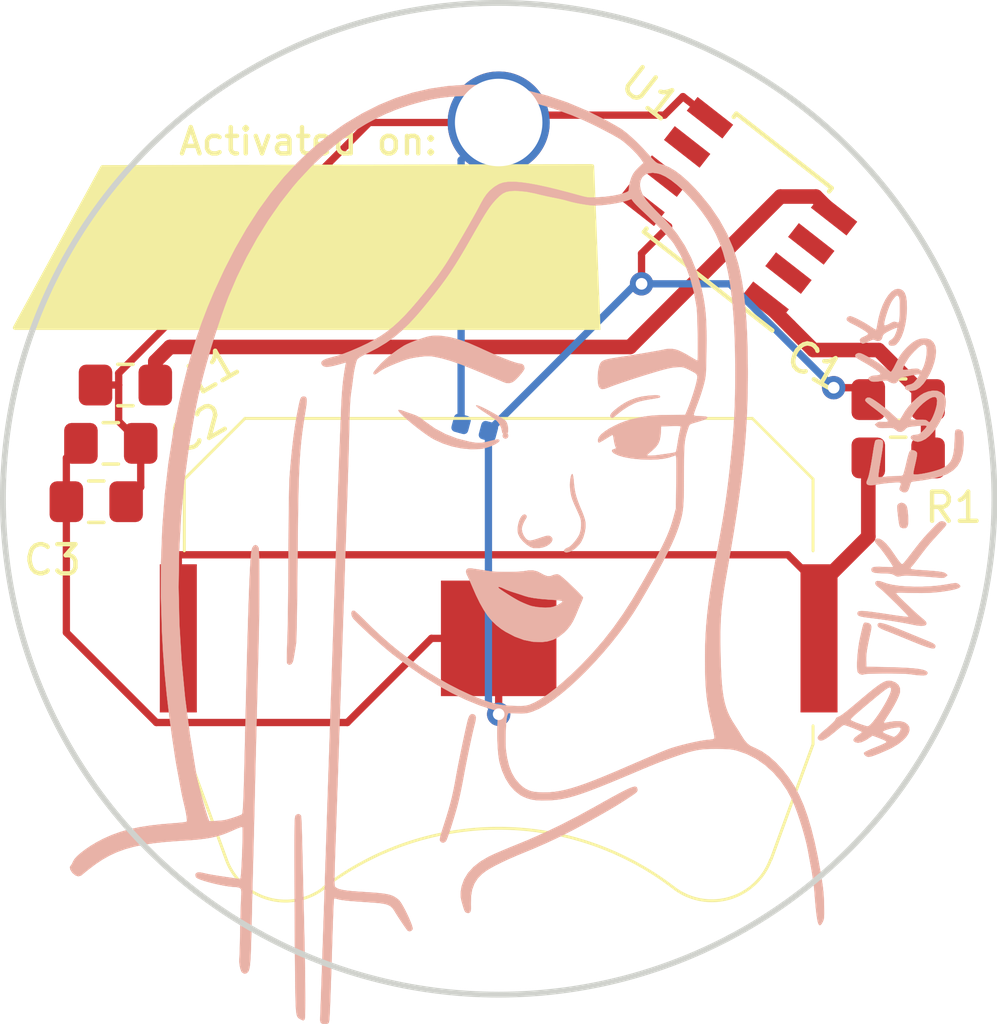
<source format=kicad_pcb>
(kicad_pcb (version 20171130) (host pcbnew "(5.1.12)-1")

  (general
    (thickness 1.6)
    (drawings 3)
    (tracks 60)
    (zones 0)
    (modules 10)
    (nets 10)
  )

  (page A4)
  (title_block
    (title BLINK-ERRR)
    (date 2019-03-25)
    (rev 1.0)
    (company "valerio\\\\new (5N44P)")
    (comment 1 github.com/valerionew/blink-errr)
    (comment 2 "for the licesing and all the other details see:")
  )

  (layers
    (0 F.Cu signal)
    (31 B.Cu signal)
    (32 B.Adhes user)
    (33 F.Adhes user)
    (34 B.Paste user)
    (35 F.Paste user)
    (36 B.SilkS user)
    (37 F.SilkS user)
    (38 B.Mask user)
    (39 F.Mask user)
    (40 Dwgs.User user)
    (41 Cmts.User user hide)
    (42 Eco1.User user)
    (43 Eco2.User user)
    (44 Edge.Cuts user)
    (45 Margin user)
    (46 B.CrtYd user)
    (47 F.CrtYd user)
    (48 B.Fab user hide)
    (49 F.Fab user)
  )

  (setup
    (last_trace_width 0.25)
    (trace_clearance 0.2)
    (zone_clearance 0.15)
    (zone_45_only no)
    (trace_min 0.2)
    (via_size 0.8)
    (via_drill 0.4)
    (via_min_size 0.4)
    (via_min_drill 0.3)
    (uvia_size 0.3)
    (uvia_drill 0.1)
    (uvias_allowed no)
    (uvia_min_size 0.2)
    (uvia_min_drill 0.1)
    (edge_width 0.15)
    (segment_width 0.2)
    (pcb_text_width 0.3)
    (pcb_text_size 1.5 1.5)
    (mod_edge_width 0.15)
    (mod_text_size 1 1)
    (mod_text_width 0.15)
    (pad_size 3.96 3.96)
    (pad_drill 0)
    (pad_to_mask_clearance 0.051)
    (solder_mask_min_width 0.25)
    (aux_axis_origin 0 0)
    (visible_elements 7FFFFFFF)
    (pcbplotparams
      (layerselection 0x010f0_ffffffff)
      (usegerberextensions false)
      (usegerberattributes false)
      (usegerberadvancedattributes false)
      (creategerberjobfile false)
      (excludeedgelayer true)
      (linewidth 0.100000)
      (plotframeref true)
      (viasonmask false)
      (mode 1)
      (useauxorigin false)
      (hpglpennumber 1)
      (hpglpenspeed 20)
      (hpglpendiameter 15.000000)
      (psnegative false)
      (psa4output false)
      (plotreference true)
      (plotvalue true)
      (plotinvisibletext false)
      (padsonsilk false)
      (subtractmaskfromsilk false)
      (outputformat 4)
      (mirror false)
      (drillshape 0)
      (scaleselection 1)
      (outputdirectory "artworks/"))
  )

  (net 0 "")
  (net 1 GND)
  (net 2 "Net-(BT1-Pad1)")
  (net 3 VCC)
  (net 4 FEEDBACK)
  (net 5 "Net-(L1-Pad1)")
  (net 6 "Net-(U1-Pad2)")
  (net 7 "Net-(U1-Pad3)")
  (net 8 PROG)
  (net 9 "Net-(U1-Pad7)")

  (net_class Default "This is the default net class."
    (clearance 0.2)
    (trace_width 0.25)
    (via_dia 0.8)
    (via_drill 0.4)
    (uvia_dia 0.3)
    (uvia_drill 0.1)
    (add_net FEEDBACK)
    (add_net GND)
    (add_net "Net-(BT1-Pad1)")
    (add_net "Net-(L1-Pad1)")
    (add_net "Net-(U1-Pad2)")
    (add_net "Net-(U1-Pad3)")
    (add_net "Net-(U1-Pad7)")
    (add_net PROG)
    (add_net VCC)
  )

  (module LED_SMD:LED_0402_1005Metric (layer B.Cu) (tedit 5C3B275D) (tstamp 5C313DB8)
    (at 142.844 98.5128 165)
    (descr "LED SMD 0402 (1005 Metric), square (rectangular) end terminal, IPC_7351 nominal, (Body size source: http://www.tortai-tech.com/upload/download/2011102023233369053.pdf), generated with kicad-footprint-generator")
    (tags LED)
    (path /5C18235F)
    (attr smd)
    (fp_text reference D1 (at 0 1.17 165) (layer B.SilkS) hide
      (effects (font (size 1 1) (thickness 0.15)) (justify mirror))
    )
    (fp_text value LED (at 0 -1.17 165) (layer B.Fab)
      (effects (font (size 1 1) (thickness 0.15)) (justify mirror))
    )
    (fp_circle (center -1.09 0) (end -1.04 0) (layer B.SilkS) (width 0.1))
    (fp_line (start -0.5 -0.25) (end -0.5 0.25) (layer B.Fab) (width 0.1))
    (fp_line (start -0.5 0.25) (end 0.5 0.25) (layer B.Fab) (width 0.1))
    (fp_line (start 0.5 0.25) (end 0.5 -0.25) (layer B.Fab) (width 0.1))
    (fp_line (start 0.5 -0.25) (end -0.5 -0.25) (layer B.Fab) (width 0.1))
    (fp_line (start -0.4 -0.25) (end -0.4 0.25) (layer B.Fab) (width 0.1))
    (fp_line (start -0.3 -0.25) (end -0.3 0.25) (layer B.Fab) (width 0.1))
    (fp_line (start -0.93 -0.47) (end -0.93 0.47) (layer B.CrtYd) (width 0.05))
    (fp_line (start -0.93 0.47) (end 0.93 0.47) (layer B.CrtYd) (width 0.05))
    (fp_line (start 0.93 0.47) (end 0.93 -0.47) (layer B.CrtYd) (width 0.05))
    (fp_line (start 0.93 -0.47) (end -0.93 -0.47) (layer B.CrtYd) (width 0.05))
    (fp_text user %R (at 0 0 165) (layer B.Fab)
      (effects (font (size 0.25 0.25) (thickness 0.04)) (justify mirror))
    )
    (pad 2 smd roundrect (at 0.485 0 165) (size 0.59 0.64) (layers B.Cu B.Paste B.Mask) (roundrect_rratio 0.25)
      (net 4 FEEDBACK))
    (pad 1 smd roundrect (at -0.485 0 165) (size 0.59 0.64) (layers B.Cu B.Paste B.Mask) (roundrect_rratio 0.25)
      (net 1 GND))
    (model ${KISYS3DMOD}/LED_SMD.3dshapes/LED_0402_1005Metric.wrl
      (at (xyz 0 0 0))
      (scale (xyz 1 1 1))
      (rotate (xyz 0 0 0))
    )
  )

  (module Battery:BatteryHolder_Keystone_3034_1x20mm (layer F.Cu) (tedit 5C3B282A) (tstamp 5C312396)
    (at 143.664 105.74)
    (descr "Keystone 3034 SMD battery holder for 2020, 2025 and 2032 coincell batteries. http://www.keyelco.com/product-pdf.cfm?p=798")
    (tags "Keystone type 3034 coin cell retainer")
    (path /5C18230E)
    (attr smd)
    (fp_text reference BT1 (at -0.08379 -9.15) (layer F.SilkS) hide
      (effects (font (size 1 1) (thickness 0.15)))
    )
    (fp_text value Battery_Cell (at 0 11.5) (layer F.Fab)
      (effects (font (size 1 1) (thickness 0.15)))
    )
    (fp_circle (center 0 0) (end 0 10.25) (layer Dwgs.User) (width 0.15))
    (fp_line (start -10.78 3.63) (end -9.34 7.58) (layer F.SilkS) (width 0.1))
    (fp_line (start -8.7 -7.54) (end -10.78 -5.46) (layer F.SilkS) (width 0.1))
    (fp_line (start 8.7 -7.54) (end -8.7 -7.54) (layer F.SilkS) (width 0.1))
    (fp_line (start 8.7 -7.54) (end 10.78 -5.46) (layer F.SilkS) (width 0.1))
    (fp_line (start 10.78 3.63) (end 9.34 7.58) (layer F.SilkS) (width 0.1))
    (fp_line (start -10.78 -5.46) (end -10.78 -3) (layer F.SilkS) (width 0.1))
    (fp_line (start -10.78 3) (end -10.78 3.63) (layer F.SilkS) (width 0.1))
    (fp_line (start 10.78 -5.46) (end 10.78 -3) (layer F.SilkS) (width 0.1))
    (fp_line (start 10.78 3) (end 10.78 3.63) (layer F.SilkS) (width 0.1))
    (fp_line (start -9.19 7.53) (end -10.63 3.6) (layer F.Fab) (width 0.1))
    (fp_line (start -10.63 3.6) (end -10.63 -5.4) (layer F.Fab) (width 0.1))
    (fp_line (start -10.63 -5.4) (end -8.64 -7.39) (layer F.Fab) (width 0.1))
    (fp_line (start -8.64 -7.39) (end 8.64 -7.39) (layer F.Fab) (width 0.1))
    (fp_line (start 8.64 -7.39) (end 10.63 -5.4) (layer F.Fab) (width 0.1))
    (fp_line (start 10.63 -5.4) (end 10.63 3.6) (layer F.Fab) (width 0.1))
    (fp_line (start 10.63 3.6) (end 9.19 7.53) (layer F.Fab) (width 0.1))
    (fp_line (start 11.87 -2.79) (end 10.88 -2.79) (layer F.CrtYd) (width 0.05))
    (fp_line (start 10.88 -2.79) (end 10.88 -5.5) (layer F.CrtYd) (width 0.05))
    (fp_line (start 10.88 -5.5) (end 8.74 -7.64) (layer F.CrtYd) (width 0.05))
    (fp_line (start 8.74 -7.64) (end 7.2 -7.64) (layer F.CrtYd) (width 0.05))
    (fp_line (start -7.2 -7.64) (end -8.74 -7.64) (layer F.CrtYd) (width 0.05))
    (fp_line (start -8.74 -7.64) (end -10.88 -5.5) (layer F.CrtYd) (width 0.05))
    (fp_line (start -10.88 -5.5) (end -10.88 -2.79) (layer F.CrtYd) (width 0.05))
    (fp_line (start -10.88 -2.79) (end -11.87 -2.79) (layer F.CrtYd) (width 0.05))
    (fp_line (start -11.87 -2.79) (end -11.87 2.79) (layer F.CrtYd) (width 0.05))
    (fp_line (start -11.87 2.79) (end -10.88 2.79) (layer F.CrtYd) (width 0.05))
    (fp_line (start -10.88 2.79) (end -10.88 3.64) (layer F.CrtYd) (width 0.05))
    (fp_line (start -10.88 3.64) (end -9.44 7.62) (layer F.CrtYd) (width 0.05))
    (fp_line (start 9.43 7.63) (end 10.88 3.64) (layer F.CrtYd) (width 0.05))
    (fp_line (start 10.88 3.64) (end 10.88 2.79) (layer F.CrtYd) (width 0.05))
    (fp_line (start 10.88 2.79) (end 11.87 2.79) (layer F.CrtYd) (width 0.05))
    (fp_line (start 11.87 2.79) (end 11.87 -2.79) (layer F.CrtYd) (width 0.05))
    (fp_text user %R (at 0 -2.9) (layer F.Fab)
      (effects (font (size 1 1) (thickness 0.15)))
    )
    (fp_arc (start 7.31 6.85) (end 5.96 8.64) (angle -106.9) (layer F.CrtYd) (width 0.05))
    (fp_arc (start 0 0) (end -5.96 8.64) (angle -69.1) (layer F.CrtYd) (width 0.05))
    (fp_arc (start -7.31 6.85) (end -9.43 7.62) (angle -106.9) (layer F.CrtYd) (width 0.05))
    (fp_arc (start 0 0) (end 7.2 -7.64) (angle -86.6) (layer F.CrtYd) (width 0.05))
    (fp_arc (start -7.31 6.85) (end -9.19 7.53) (angle -107.5) (layer F.Fab) (width 0.1))
    (fp_arc (start 0 16.36) (end 6.1 8.43) (angle -75.1) (layer F.Fab) (width 0.1))
    (fp_arc (start 7.31 6.85) (end 6.1 8.43) (angle -107.5) (layer F.Fab) (width 0.1))
    (fp_arc (start 7.31 6.85) (end 6 8.55) (angle -107.5) (layer F.SilkS) (width 0.1))
    (fp_arc (start -7.31 6.85) (end -9.34 7.58) (angle -107.5) (layer F.SilkS) (width 0.1))
    (fp_arc (start 0 16.36) (end 6 8.55) (angle -75.1) (layer F.SilkS) (width 0.1))
    (pad 1 smd rect (at -10.985 0) (size 1.27 5.08) (layers F.Cu F.Paste F.Mask)
      (net 2 "Net-(BT1-Pad1)"))
    (pad 1 smd rect (at 10.985 0) (size 1.27 5.08) (layers F.Cu F.Paste F.Mask)
      (net 2 "Net-(BT1-Pad1)"))
    (pad 2 smd rect (at 0 0) (size 3.96 3.96) (layers F.Cu F.Paste F.Mask)
      (net 1 GND) (zone_connect 2))
    (model ${KISYS3DMOD}/Battery.3dshapes/BatteryHolder_Keystone_3034_1x20mm.wrl
      (at (xyz 0 0 0))
      (scale (xyz 1 1 1))
      (rotate (xyz 0 0 0))
    )
  )

  (module LOGO (layer B.Cu) (tedit 0) (tstamp 5C1CF167)
    (at 144.12 102.37 180)
    (fp_text reference G*** (at 0 0 180) (layer B.SilkS) hide
      (effects (font (size 1.524 1.524) (thickness 0.3)) (justify mirror))
    )
    (fp_text value LOGO (at 0.75 0 180) (layer B.SilkS) hide
      (effects (font (size 1.524 1.524) (thickness 0.3)) (justify mirror))
    )
    (fp_poly (pts (xy 1.577474 15.605181) (xy 2.205682 15.562059) (xy 2.814612 15.472615) (xy 3.407729 15.335706)
      (xy 3.988501 15.150191) (xy 4.560396 14.914927) (xy 5.12688 14.628773) (xy 5.691421 14.290586)
      (xy 5.815263 14.209382) (xy 6.351113 13.825899) (xy 6.862537 13.404737) (xy 7.350739 12.944335)
      (xy 7.816921 12.443131) (xy 8.262289 11.899564) (xy 8.688045 11.312071) (xy 9.095393 10.679091)
      (xy 9.485538 9.999062) (xy 9.859683 9.270423) (xy 10.21434 8.502316) (xy 10.434163 7.979896)
      (xy 10.635245 7.455997) (xy 10.820473 6.921494) (xy 10.992729 6.367262) (xy 11.154899 5.784178)
      (xy 11.309866 5.163117) (xy 11.414542 4.705684) (xy 11.618161 3.678013) (xy 11.781925 2.615817)
      (xy 11.905754 1.52031) (xy 11.989571 0.392705) (xy 12.033298 -0.765785) (xy 12.036856 -1.953947)
      (xy 12.000168 -3.170566) (xy 11.964574 -3.823369) (xy 11.909781 -4.553874) (xy 11.83582 -5.313875)
      (xy 11.744773 -6.083797) (xy 11.654579 -6.737684) (xy 11.619977 -6.972258) (xy 11.592 -7.161334)
      (xy 11.569477 -7.312316) (xy 11.551237 -7.43261) (xy 11.536109 -7.529619) (xy 11.522921 -7.610748)
      (xy 11.510502 -7.683401) (xy 11.497682 -7.754984) (xy 11.483288 -7.832899) (xy 11.470608 -7.900737)
      (xy 11.441021 -8.059957) (xy 11.407349 -8.242951) (xy 11.374894 -8.420848) (xy 11.360158 -8.502316)
      (xy 11.331613 -8.652408) (xy 11.299265 -8.80948) (xy 11.267868 -8.950974) (xy 11.250278 -9.023684)
      (xy 11.213943 -9.176534) (xy 11.18365 -9.323631) (xy 11.160989 -9.455033) (xy 11.147554 -9.560802)
      (xy 11.144936 -9.630996) (xy 11.149545 -9.652456) (xy 11.181184 -9.664202) (xy 11.256356 -9.677268)
      (xy 11.365182 -9.690343) (xy 11.497787 -9.702115) (xy 11.552475 -9.705981) (xy 12.005242 -9.742129)
      (xy 12.411912 -9.788654) (xy 12.779112 -9.847027) (xy 13.113472 -9.918716) (xy 13.421619 -10.005192)
      (xy 13.710183 -10.107924) (xy 13.985791 -10.228383) (xy 14.05021 -10.259827) (xy 14.255118 -10.369054)
      (xy 14.450282 -10.486701) (xy 14.62919 -10.607781) (xy 14.785334 -10.727304) (xy 14.912203 -10.840282)
      (xy 15.003287 -10.941726) (xy 15.052076 -11.026645) (xy 15.052508 -11.027937) (xy 15.083478 -11.098531)
      (xy 15.1185 -11.148145) (xy 15.121052 -11.150398) (xy 15.156643 -11.210909) (xy 15.145905 -11.290782)
      (xy 15.089981 -11.384766) (xy 15.063099 -11.416555) (xy 14.968072 -11.495746) (xy 14.873479 -11.525731)
      (xy 14.784629 -11.505521) (xy 14.743726 -11.476016) (xy 14.699473 -11.437929) (xy 14.626444 -11.377633)
      (xy 14.53787 -11.306005) (xy 14.504737 -11.279549) (xy 14.26511 -11.099086) (xy 14.027 -10.942114)
      (xy 13.784531 -10.806833) (xy 13.53183 -10.691438) (xy 13.263021 -10.594128) (xy 12.972231 -10.5131)
      (xy 12.653586 -10.446552) (xy 12.301211 -10.392682) (xy 11.909231 -10.349687) (xy 11.471773 -10.315764)
      (xy 11.336421 -10.307417) (xy 11.023143 -10.286767) (xy 10.754539 -10.263277) (xy 10.521819 -10.235114)
      (xy 10.316192 -10.200443) (xy 10.128868 -10.157431) (xy 9.951056 -10.104246) (xy 9.773966 -10.039053)
      (xy 9.588808 -9.960019) (xy 9.520112 -9.928582) (xy 9.41233 -9.881586) (xy 9.323196 -9.848448)
      (xy 9.263509 -9.832864) (xy 9.244984 -9.834427) (xy 9.238601 -9.867607) (xy 9.235127 -9.946123)
      (xy 9.23427 -10.062237) (xy 9.235737 -10.208212) (xy 9.239235 -10.376312) (xy 9.244473 -10.5588)
      (xy 9.251158 -10.747939) (xy 9.258998 -10.935992) (xy 9.267701 -11.115223) (xy 9.276974 -11.277894)
      (xy 9.286525 -11.41627) (xy 9.296061 -11.522612) (xy 9.305291 -11.589185) (xy 9.312009 -11.60848)
      (xy 9.363005 -11.619368) (xy 9.397778 -11.615759) (xy 9.440998 -11.607981) (xy 9.527398 -11.594226)
      (xy 9.647207 -11.575985) (xy 9.790655 -11.55475) (xy 9.919368 -11.536108) (xy 10.084103 -11.511306)
      (xy 10.241906 -11.485423) (xy 10.380345 -11.460653) (xy 10.486986 -11.439191) (xy 10.536366 -11.427224)
      (xy 10.679569 -11.396702) (xy 10.779617 -11.39752) (xy 10.836701 -11.429702) (xy 10.850526 -11.464893)
      (xy 10.844537 -11.53016) (xy 10.827345 -11.564981) (xy 10.777745 -11.598586) (xy 10.684528 -11.638244)
      (xy 10.556884 -11.681597) (xy 10.404004 -11.72629) (xy 10.235078 -11.769966) (xy 10.059297 -11.81027)
      (xy 9.885852 -11.844845) (xy 9.723933 -11.871335) (xy 9.582732 -11.887384) (xy 9.564598 -11.8887)
      (xy 9.450492 -11.896624) (xy 9.369961 -11.908291) (xy 9.317743 -11.931903) (xy 9.288574 -11.975661)
      (xy 9.277191 -12.047767) (xy 9.278331 -12.156421) (xy 9.286731 -12.309826) (xy 9.287356 -12.320714)
      (xy 9.292075 -12.422302) (xy 9.297303 -12.567475) (xy 9.302762 -12.746351) (xy 9.308172 -12.949048)
      (xy 9.313255 -13.165684) (xy 9.317733 -13.386376) (xy 9.318383 -13.421895) (xy 9.322551 -13.631365)
      (xy 9.327215 -13.828561) (xy 9.332135 -14.005734) (xy 9.337071 -14.155137) (xy 9.341782 -14.269021)
      (xy 9.346027 -14.339636) (xy 9.347234 -14.35172) (xy 9.349686 -14.453739) (xy 9.337477 -14.5706)
      (xy 9.314118 -14.684034) (xy 9.283123 -14.775776) (xy 9.257391 -14.818895) (xy 9.190391 -14.860278)
      (xy 9.116409 -14.856334) (xy 9.054429 -14.808482) (xy 9.050981 -14.80345) (xy 9.031889 -14.768529)
      (xy 9.015389 -14.723399) (xy 9.001152 -14.663657) (xy 8.98885 -14.584897) (xy 8.978152 -14.482716)
      (xy 8.96873 -14.352708) (xy 8.960255 -14.190469) (xy 8.952396 -13.991595) (xy 8.944824 -13.75168)
      (xy 8.937211 -13.46632) (xy 8.93069 -13.194632) (xy 8.923643 -12.894207) (xy 8.915929 -12.571604)
      (xy 8.907847 -12.23889) (xy 8.899694 -11.908135) (xy 8.891769 -11.591408) (xy 8.884369 -11.300777)
      (xy 8.877792 -11.048312) (xy 8.876212 -10.988842) (xy 8.869592 -10.736916) (xy 8.862104 -10.445031)
      (xy 8.854083 -10.126688) (xy 8.845863 -9.795388) (xy 8.837781 -9.464632) (xy 8.830171 -9.147921)
      (xy 8.824096 -8.89) (xy 8.817815 -8.622151) (xy 8.811349 -8.349854) (xy 8.804924 -8.08241)
      (xy 8.798766 -7.829121) (xy 8.793102 -7.599286) (xy 8.788159 -7.402208) (xy 8.784163 -7.247188)
      (xy 8.783414 -7.218947) (xy 8.779564 -7.072395) (xy 8.774654 -6.882018) (xy 8.768929 -6.657448)
      (xy 8.762633 -6.408317) (xy 8.756007 -6.144257) (xy 8.749296 -5.874902) (xy 8.742743 -5.609884)
      (xy 8.742204 -5.588) (xy 8.734973 -5.295921) (xy 8.726941 -4.974633) (xy 8.718474 -4.638603)
      (xy 8.70994 -4.302295) (xy 8.701704 -3.980175) (xy 8.694133 -3.686708) (xy 8.689334 -3.502526)
      (xy 8.682063 -3.196738) (xy 8.675987 -2.883175) (xy 8.671099 -2.566621) (xy 8.667395 -2.251858)
      (xy 8.66487 -1.943671) (xy 8.663519 -1.646841) (xy 8.663337 -1.366151) (xy 8.664319 -1.106385)
      (xy 8.66646 -0.872325) (xy 8.669754 -0.668754) (xy 8.674197 -0.500455) (xy 8.679785 -0.372212)
      (xy 8.686511 -0.288806) (xy 8.692733 -0.257524) (xy 8.741107 -0.190972) (xy 8.79743 -0.171759)
      (xy 8.853478 -0.196254) (xy 8.901026 -0.260826) (xy 8.931852 -0.361844) (xy 8.932076 -0.363196)
      (xy 8.943363 -0.450947) (xy 8.954884 -0.578607) (xy 8.966671 -0.747086) (xy 8.978755 -0.957294)
      (xy 8.991165 -1.210139) (xy 9.003934 -1.506531) (xy 9.017092 -1.847381) (xy 9.030669 -2.233597)
      (xy 9.044696 -2.666089) (xy 9.059205 -3.145767) (xy 9.074225 -3.67354) (xy 9.089789 -4.250318)
      (xy 9.105925 -4.877011) (xy 9.122666 -5.554527) (xy 9.140042 -6.283777) (xy 9.1564 -6.991684)
      (xy 9.166097 -7.410886) (xy 9.174968 -7.77973) (xy 9.183148 -8.101324) (xy 9.190769 -8.378773)
      (xy 9.197967 -8.615187) (xy 9.204875 -8.813672) (xy 9.211627 -8.977334) (xy 9.218357 -9.109283)
      (xy 9.225199 -9.212623) (xy 9.232288 -9.290464) (xy 9.239757 -9.345911) (xy 9.247741 -9.382072)
      (xy 9.256372 -9.402055) (xy 9.260567 -9.406647) (xy 9.304701 -9.429087) (xy 9.386651 -9.461233)
      (xy 9.492709 -9.498483) (xy 9.609167 -9.536231) (xy 9.722319 -9.569876) (xy 9.818455 -9.594813)
      (xy 9.825789 -9.596469) (xy 9.92064 -9.612063) (xy 10.043171 -9.624877) (xy 10.16759 -9.632242)
      (xy 10.172951 -9.632406) (xy 10.386429 -9.638632) (xy 10.445349 -9.464842) (xy 10.496706 -9.304942)
      (xy 10.554001 -9.112516) (xy 10.613889 -8.900168) (xy 10.673025 -8.6805) (xy 10.728066 -8.466116)
      (xy 10.775666 -8.269617) (xy 10.81248 -8.103607) (xy 10.828506 -8.021053) (xy 11.042978 -6.695819)
      (xy 11.210712 -5.394514) (xy 11.331716 -4.115102) (xy 11.405998 -2.855548) (xy 11.433566 -1.613817)
      (xy 11.414429 -0.387872) (xy 11.348594 0.824323) (xy 11.236071 2.024802) (xy 11.076867 3.215601)
      (xy 10.878859 4.358105) (xy 10.818952 4.65992) (xy 10.759623 4.938713) (xy 10.697193 5.21003)
      (xy 10.627979 5.489419) (xy 10.5483 5.792426) (xy 10.480013 6.042526) (xy 10.389306 6.360625)
      (xy 10.288283 6.697224) (xy 10.180599 7.041155) (xy 10.069909 7.381253) (xy 9.959871 7.706351)
      (xy 9.854139 8.005282) (xy 9.756369 8.266881) (xy 9.728469 8.338095) (xy 9.435378 9.023295)
      (xy 9.106073 9.695889) (xy 8.744927 10.348599) (xy 8.356311 10.974147) (xy 7.944596 11.565253)
      (xy 7.514152 12.11464) (xy 7.333672 12.325684) (xy 6.875844 12.81718) (xy 6.40813 13.25929)
      (xy 5.925956 13.655837) (xy 5.424747 14.010646) (xy 5.020398 14.259296) (xy 4.921011 14.314776)
      (xy 4.802582 14.377994) (xy 4.674731 14.444162) (xy 4.547076 14.50849) (xy 4.429238 14.566188)
      (xy 4.330834 14.612468) (xy 4.261485 14.642538) (xy 4.232111 14.651789) (xy 4.201513 14.662025)
      (xy 4.143721 14.687078) (xy 4.134883 14.691177) (xy 3.981834 14.755484) (xy 3.788296 14.825572)
      (xy 3.566412 14.897774) (xy 3.328326 14.96842) (xy 3.086181 15.033843) (xy 2.85212 15.090374)
      (xy 2.719795 15.118663) (xy 2.460023 15.16178) (xy 2.160783 15.19592) (xy 1.835397 15.220626)
      (xy 1.49719 15.235442) (xy 1.159482 15.23991) (xy 0.835597 15.233575) (xy 0.538858 15.215978)
      (xy 0.373517 15.19911) (xy -0.23483 15.104684) (xy -0.831902 14.971014) (xy -1.427453 14.795412)
      (xy -2.031237 14.575189) (xy -2.312413 14.459025) (xy -2.486898 14.381657) (xy -2.679288 14.291658)
      (xy -2.880817 14.193562) (xy -3.082717 14.0919) (xy -3.27622 13.991206) (xy -3.45256 13.896011)
      (xy -3.602969 13.810848) (xy -3.718679 13.740249) (xy -3.768396 13.706332) (xy -3.892385 13.608161)
      (xy -4.026795 13.489586) (xy -4.16013 13.361895) (xy -4.280894 13.236377) (xy -4.37759 13.124322)
      (xy -4.421365 13.065141) (xy -4.513573 12.927263) (xy -4.368733 12.797889) (xy -4.2828 12.712645)
      (xy -4.203213 12.619447) (xy -4.153167 12.547831) (xy -4.094245 12.421104) (xy -4.046352 12.269932)
      (xy -4.016819 12.120482) (xy -4.010944 12.040184) (xy -4.006404 11.990818) (xy -3.985339 11.957506)
      (xy -3.935677 11.928847) (xy -3.86228 11.899744) (xy -3.683801 11.846253) (xy -3.462997 11.802003)
      (xy -3.210486 11.76872) (xy -2.936887 11.748133) (xy -2.927684 11.747693) (xy -2.782805 11.742154)
      (xy -2.673307 11.74252) (xy -2.581262 11.750525) (xy -2.488741 11.767904) (xy -2.377814 11.79639)
      (xy -2.352842 11.803294) (xy -1.919269 11.921418) (xy -1.532288 12.021416) (xy -1.188448 12.104001)
      (xy -0.884296 12.169887) (xy -0.616381 12.219788) (xy -0.381249 12.254417) (xy -0.175449 12.274489)
      (xy -0.045373 12.280291) (xy 0.14783 12.276018) (xy 0.305647 12.251581) (xy 0.443922 12.202132)
      (xy 0.578503 12.122823) (xy 0.655088 12.065975) (xy 0.767929 11.967126) (xy 0.867518 11.854993)
      (xy 0.962339 11.718239) (xy 1.060877 11.545526) (xy 1.097917 11.474282) (xy 1.160266 11.356044)
      (xy 1.244469 11.202219) (xy 1.346024 11.020558) (xy 1.460431 10.818813) (xy 1.583188 10.604735)
      (xy 1.709793 10.386077) (xy 1.835746 10.170588) (xy 1.956544 9.966023) (xy 2.067687 9.78013)
      (xy 2.164673 9.620664) (xy 2.243001 9.495374) (xy 2.280322 9.438105) (xy 2.391213 9.273727)
      (xy 2.488129 9.133788) (xy 2.580209 9.005959) (xy 2.676593 8.877912) (xy 2.78642 8.737318)
      (xy 2.918832 8.57185) (xy 2.96419 8.515684) (xy 3.22195 8.202255) (xy 3.456823 7.929226)
      (xy 3.674525 7.69182) (xy 3.880771 7.485255) (xy 4.081279 7.304753) (xy 4.281764 7.145534)
      (xy 4.487942 7.002818) (xy 4.705529 6.871826) (xy 4.940241 6.747778) (xy 5.197794 6.625895)
      (xy 5.25477 6.60037) (xy 5.526648 6.48358) (xy 5.762297 6.391403) (xy 5.971053 6.320467)
      (xy 6.162252 6.267399) (xy 6.202947 6.257773) (xy 6.365355 6.21208) (xy 6.474692 6.161495)
      (xy 6.531153 6.105838) (xy 6.534933 6.044927) (xy 6.495068 5.987068) (xy 6.445547 5.95478)
      (xy 6.375037 5.940543) (xy 6.27722 5.944897) (xy 6.14578 5.968386) (xy 5.974399 6.011549)
      (xy 5.872543 6.040449) (xy 5.68919 6.093872) (xy 5.702488 6.02141) (xy 5.747245 5.75962)
      (xy 5.782764 5.508077) (xy 5.810545 5.252199) (xy 5.832085 4.977406) (xy 5.848882 4.669115)
      (xy 5.85413 4.545263) (xy 5.874242 4.037402) (xy 5.89236 3.576556) (xy 5.908721 3.156315)
      (xy 5.923567 2.770266) (xy 5.937134 2.411999) (xy 5.949663 2.075102) (xy 5.961393 1.753164)
      (xy 5.972562 1.439773) (xy 5.98341 1.128519) (xy 5.994175 0.812989) (xy 6.002167 0.574842)
      (xy 6.012597 0.263214) (xy 6.024074 -0.077653) (xy 6.036148 -0.434502) (xy 6.048367 -0.794078)
      (xy 6.060281 -1.143124) (xy 6.071439 -1.468384) (xy 6.08139 -1.756601) (xy 6.083525 -1.818105)
      (xy 6.092503 -2.077134) (xy 6.101461 -2.336911) (xy 6.110098 -2.588638) (xy 6.118115 -2.823517)
      (xy 6.125211 -3.032751) (xy 6.131087 -3.207541) (xy 6.135442 -3.33909) (xy 6.135975 -3.355474)
      (xy 6.139959 -3.476883) (xy 6.145486 -3.643306) (xy 6.152271 -3.846314) (xy 6.160031 -4.077476)
      (xy 6.168484 -4.328365) (xy 6.177346 -4.59055) (xy 6.186334 -4.855604) (xy 6.189417 -4.946316)
      (xy 6.213287 -5.650799) (xy 6.238402 -6.397095) (xy 6.264377 -7.173566) (xy 6.290821 -7.968577)
      (xy 6.317348 -8.770491) (xy 6.34357 -9.567671) (xy 6.350277 -9.772316) (xy 6.368402 -10.324239)
      (xy 6.38801 -10.918315) (xy 6.408725 -11.543256) (xy 6.430171 -12.187775) (xy 6.451971 -12.840581)
      (xy 6.473752 -13.490388) (xy 6.495136 -14.125907) (xy 6.497543 -14.197263) (xy 6.506089 -14.448145)
      (xy 6.515631 -14.724141) (xy 6.525591 -15.008813) (xy 6.535393 -15.285721) (xy 6.544457 -15.538425)
      (xy 6.550634 -15.707895) (xy 6.557576 -15.898187) (xy 6.563843 -16.073124) (xy 6.569164 -16.224887)
      (xy 6.573268 -16.34566) (xy 6.575884 -16.427625) (xy 6.576739 -16.461301) (xy 6.557234 -16.540974)
      (xy 6.499493 -16.585694) (xy 6.407281 -16.593602) (xy 6.336632 -16.579809) (xy 6.30878 -16.570076)
      (xy 6.289334 -16.55283) (xy 6.276045 -16.518849) (xy 6.266661 -16.458912) (xy 6.258932 -16.363796)
      (xy 6.250831 -16.228211) (xy 6.246137 -16.133449) (xy 6.240097 -15.992174) (xy 6.232966 -15.811327)
      (xy 6.224997 -15.597844) (xy 6.216443 -15.358665) (xy 6.207559 -15.100726) (xy 6.198597 -14.830967)
      (xy 6.19029 -14.571579) (xy 6.17762 -14.169309) (xy 6.166441 -13.817157) (xy 6.156615 -13.511792)
      (xy 6.148004 -13.249885) (xy 6.140469 -13.028105) (xy 6.133872 -12.84312) (xy 6.128075 -12.691601)
      (xy 6.12294 -12.570217) (xy 6.118329 -12.475637) (xy 6.114103 -12.404531) (xy 6.110124 -12.353569)
      (xy 6.106254 -12.319419) (xy 6.102355 -12.298751) (xy 6.098288 -12.288234) (xy 6.095411 -12.285215)
      (xy 6.059769 -12.285644) (xy 5.994389 -12.301691) (xy 5.964951 -12.311386) (xy 5.898452 -12.327313)
      (xy 5.791654 -12.34431) (xy 5.657655 -12.360641) (xy 5.509555 -12.374567) (xy 5.460788 -12.37827)
      (xy 5.27935 -12.391157) (xy 5.077222 -12.40546) (xy 4.87913 -12.419431) (xy 4.710738 -12.431258)
      (xy 4.514361 -12.448961) (xy 4.362873 -12.473256) (xy 4.247786 -12.507479) (xy 4.160615 -12.554966)
      (xy 4.092873 -12.619055) (xy 4.040981 -12.694579) (xy 3.983322 -12.789743) (xy 3.912288 -12.901916)
      (xy 3.834333 -13.021499) (xy 3.755909 -13.13889) (xy 3.683466 -13.244491) (xy 3.623458 -13.3287)
      (xy 3.582336 -13.381919) (xy 3.571095 -13.393725) (xy 3.511612 -13.413509) (xy 3.449938 -13.393851)
      (xy 3.409213 -13.342403) (xy 3.408392 -13.339936) (xy 3.411536 -13.288274) (xy 3.437078 -13.200007)
      (xy 3.480467 -13.084713) (xy 3.537148 -12.95197) (xy 3.602569 -12.811358) (xy 3.672175 -12.672453)
      (xy 3.741414 -12.544836) (xy 3.805731 -12.438085) (xy 3.860574 -12.361777) (xy 3.885837 -12.335587)
      (xy 3.954809 -12.280708) (xy 4.023206 -12.235242) (xy 4.097247 -12.197878) (xy 4.183147 -12.16731)
      (xy 4.287125 -12.142228) (xy 4.415396 -12.121324) (xy 4.574178 -12.103289) (xy 4.769688 -12.086813)
      (xy 5.008143 -12.07059) (xy 5.200316 -12.058897) (xy 5.451694 -12.04128) (xy 5.653961 -12.020691)
      (xy 5.811432 -11.996341) (xy 5.928425 -11.967442) (xy 6.009257 -11.933207) (xy 6.048203 -11.904101)
      (xy 6.057 -11.896225) (xy 6.064818 -11.889131) (xy 6.07161 -11.879805) (xy 6.077329 -11.865234)
      (xy 6.081928 -11.842405) (xy 6.085361 -11.808306) (xy 6.08758 -11.759922) (xy 6.088539 -11.694242)
      (xy 6.08819 -11.608251) (xy 6.086488 -11.498937) (xy 6.083385 -11.363287) (xy 6.078833 -11.198288)
      (xy 6.072787 -11.000926) (xy 6.0652 -10.768189) (xy 6.056023 -10.497064) (xy 6.045212 -10.184536)
      (xy 6.032718 -9.827594) (xy 6.018496 -9.423225) (xy 6.00256 -8.970211) (xy 5.992509 -8.682568)
      (xy 5.981184 -8.355656) (xy 5.969069 -8.003652) (xy 5.956649 -7.64073) (xy 5.944409 -7.281068)
      (xy 5.932834 -6.93884) (xy 5.92241 -6.628223) (xy 5.922048 -6.617369) (xy 5.912429 -6.329595)
      (xy 5.90232 -6.027862) (xy 5.89208 -5.722833) (xy 5.882068 -5.425175) (xy 5.872643 -5.145554)
      (xy 5.864163 -4.894634) (xy 5.856987 -4.683082) (xy 5.855026 -4.625474) (xy 5.839561 -4.170855)
      (xy 5.822467 -3.666838) (xy 5.80388 -3.11747) (xy 5.783937 -2.526797) (xy 5.762773 -1.898865)
      (xy 5.740526 -1.237722) (xy 5.717332 -0.547415) (xy 5.693327 0.168012) (xy 5.668648 0.90451)
      (xy 5.668048 0.922421) (xy 5.650175 1.461328) (xy 5.634324 1.950419) (xy 5.620389 2.39331)
      (xy 5.608266 2.793615) (xy 5.597846 3.154949) (xy 5.589024 3.480928) (xy 5.581695 3.775167)
      (xy 5.575751 4.041282) (xy 5.574196 4.117474) (xy 5.567971 4.351342) (xy 5.55917 4.56882)
      (xy 5.548313 4.760838) (xy 5.535921 4.918326) (xy 5.522512 5.032216) (xy 5.521294 5.039895)
      (xy 5.499098 5.185656) (xy 5.476106 5.352627) (xy 5.456686 5.50879) (xy 5.453769 5.534526)
      (xy 5.426172 5.735016) (xy 5.39019 5.924305) (xy 5.349101 6.086794) (xy 5.318632 6.177324)
      (xy 5.29582 6.21096) (xy 5.248419 6.249893) (xy 5.170016 6.298133) (xy 5.054195 6.359689)
      (xy 4.92141 6.425535) (xy 4.603162 6.591286) (xy 4.31337 6.767015) (xy 4.043313 6.959791)
      (xy 3.784272 7.176686) (xy 3.527529 7.424771) (xy 3.264365 7.711118) (xy 3.103267 7.900017)
      (xy 2.860207 8.194656) (xy 2.646557 8.460886) (xy 2.455721 8.708234) (xy 2.281105 8.946228)
      (xy 2.116111 9.184395) (xy 1.954145 9.432261) (xy 1.788612 9.699355) (xy 1.612914 9.995202)
      (xy 1.420458 10.329331) (xy 1.415744 10.337609) (xy 1.265149 10.601106) (xy 1.136912 10.822865)
      (xy 1.027701 11.008045) (xy 0.934185 11.161807) (xy 0.853032 11.289311) (xy 0.78091 11.395715)
      (xy 0.714487 11.48618) (xy 0.650431 11.565866) (xy 0.58541 11.639932) (xy 0.550527 11.677498)
      (xy 0.427872 11.798438) (xy 0.316181 11.883489) (xy 0.201989 11.93777) (xy 0.071829 11.966399)
      (xy -0.087764 11.974494) (xy -0.221162 11.970827) (xy -0.505161 11.943872) (xy -0.790321 11.886926)
      (xy -0.828842 11.877153) (xy -0.993021 11.836773) (xy -1.17961 11.79426) (xy -1.359523 11.756119)
      (xy -1.44379 11.739607) (xy -1.580237 11.712463) (xy -1.710538 11.683951) (xy -1.818 11.657863)
      (xy -1.875623 11.64151) (xy -2.020177 11.600601) (xy -2.192723 11.560861) (xy -2.377334 11.525116)
      (xy -2.55808 11.496192) (xy -2.719035 11.476915) (xy -2.841757 11.470105) (xy -3.003876 11.476604)
      (xy -3.193481 11.494528) (xy -3.395679 11.521514) (xy -3.595574 11.555202) (xy -3.778272 11.59323)
      (xy -3.928877 11.633237) (xy -3.980522 11.650631) (xy -4.097569 11.693874) (xy -4.151458 11.615411)
      (xy -4.192027 11.566575) (xy -4.262282 11.492126) (xy -4.352238 11.40231) (xy -4.448831 11.310237)
      (xy -4.67238 11.09906) (xy -4.881749 10.895351) (xy -5.072472 10.703761) (xy -5.240081 10.52894)
      (xy -5.380107 10.375537) (xy -5.488084 10.248203) (xy -5.553989 10.16) (xy -5.775651 9.786937)
      (xy -5.967233 9.375679) (xy -6.125942 8.934016) (xy -6.248986 8.469739) (xy -6.333574 7.990639)
      (xy -6.334856 7.980947) (xy -6.34235 7.90104) (xy -6.349299 7.783931) (xy -6.355605 7.637003)
      (xy -6.361167 7.467637) (xy -6.365888 7.283213) (xy -6.369666 7.091115) (xy -6.372404 6.898722)
      (xy -6.374001 6.713417) (xy -6.374358 6.54258) (xy -6.373376 6.393593) (xy -6.370955 6.273838)
      (xy -6.366995 6.190695) (xy -6.361398 6.151546) (xy -6.359522 6.149474) (xy -6.327632 6.162558)
      (xy -6.263338 6.197156) (xy -6.179484 6.246289) (xy -6.163755 6.255863) (xy -5.977866 6.366179)
      (xy -5.826118 6.447535) (xy -5.700103 6.50336) (xy -5.591414 6.537086) (xy -5.491644 6.552142)
      (xy -5.433866 6.553662) (xy -5.342111 6.550467) (xy -5.272467 6.544681) (xy -5.242377 6.538366)
      (xy -5.20917 6.529407) (xy -5.130457 6.513283) (xy -5.013538 6.491254) (xy -4.865712 6.46458)
      (xy -4.694279 6.43452) (xy -4.506539 6.402335) (xy -4.309791 6.369284) (xy -4.111335 6.336627)
      (xy -3.918471 6.305624) (xy -3.738498 6.277535) (xy -3.676316 6.268085) (xy -3.477904 6.237098)
      (xy -3.325519 6.209393) (xy -3.212117 6.181698) (xy -3.130654 6.150744) (xy -3.074087 6.113257)
      (xy -3.035372 6.065967) (xy -3.007466 6.005602) (xy -2.989145 5.948947) (xy -2.96198 5.824106)
      (xy -2.946024 5.681498) (xy -2.941466 5.536685) (xy -2.948496 5.405227) (xy -2.967302 5.302684)
      (xy -2.980865 5.267725) (xy -3.026617 5.203875) (xy -3.085333 5.176215) (xy -3.167114 5.183219)
      (xy -3.279966 5.222485) (xy -3.411098 5.273659) (xy -3.585856 5.336872) (xy -3.796436 5.409523)
      (xy -4.035035 5.48901) (xy -4.293849 5.572731) (xy -4.565074 5.658084) (xy -4.826 5.737972)
      (xy -5.037092 5.800616) (xy -5.206429 5.848096) (xy -5.342881 5.882473) (xy -5.455316 5.905809)
      (xy -5.552603 5.920163) (xy -5.641474 5.927487) (xy -5.752941 5.932092) (xy -5.833409 5.929059)
      (xy -5.902739 5.914214) (xy -5.980793 5.88338) (xy -6.082632 5.834732) (xy -6.207019 5.771358)
      (xy -6.289364 5.720474) (xy -6.33691 5.673823) (xy -6.356901 5.623153) (xy -6.356581 5.560207)
      (xy -6.352064 5.527697) (xy -6.322944 5.387296) (xy -6.276023 5.211083) (xy -6.215445 5.01201)
      (xy -6.145351 4.803029) (xy -6.069884 4.597091) (xy -5.99521 4.411889) (xy -5.944079 4.291884)
      (xy -5.385039 4.287503) (xy -5.127748 4.28315) (xy -4.909127 4.273318) (xy -4.714501 4.25623)
      (xy -4.529195 4.230109) (xy -4.338533 4.193176) (xy -4.127842 4.143654) (xy -4.064 4.12748)
      (xy -3.872415 4.069297) (xy -3.679111 3.994304) (xy -3.492654 3.907315) (xy -3.321608 3.813145)
      (xy -3.17454 3.716607) (xy -3.060015 3.622516) (xy -2.986597 3.535686) (xy -2.975733 3.515809)
      (xy -2.951688 3.440337) (xy -2.952196 3.378047) (xy -2.97616 3.344342) (xy -2.988097 3.342105)
      (xy -3.018974 3.355552) (xy -3.083567 3.391624) (xy -3.170684 3.443919) (xy -3.22179 3.475789)
      (xy -3.315896 3.533995) (xy -3.392947 3.579381) (xy -3.441919 3.605564) (xy -3.452719 3.609474)
      (xy -3.466068 3.585339) (xy -3.480854 3.522843) (xy -3.491047 3.456561) (xy -3.50824 3.354418)
      (xy -3.531331 3.260328) (xy -3.545487 3.21908) (xy -3.566395 3.161547) (xy -3.55757 3.13477)
      (xy -3.510704 3.12051) (xy -3.499557 3.118259) (xy -3.43979 3.092154) (xy -3.428742 3.051106)
      (xy -3.465624 3.000383) (xy -3.523293 2.959725) (xy -3.661386 2.898302) (xy -3.84146 2.847114)
      (xy -4.052886 2.80682) (xy -4.285035 2.778077) (xy -4.527281 2.761543) (xy -4.768994 2.757876)
      (xy -4.999546 2.767734) (xy -5.20831 2.791774) (xy -5.384655 2.830654) (xy -5.42104 2.842289)
      (xy -5.615027 2.909102) (xy -5.630789 2.8463) (xy -5.634312 2.804787) (xy -5.636855 2.716795)
      (xy -5.638385 2.589309) (xy -5.638865 2.429315) (xy -5.638264 2.243798) (xy -5.636545 2.039745)
      (xy -5.635259 1.93317) (xy -5.623967 1.082842) (xy -5.541125 0.775368) (xy -5.496229 0.618816)
      (xy -5.445516 0.463391) (xy -5.386629 0.304176) (xy -5.31721 0.136251) (xy -5.234904 -0.045303)
      (xy -5.137353 -0.245405) (xy -5.022201 -0.468974) (xy -4.88709 -0.72093) (xy -4.729663 -1.006192)
      (xy -4.547565 -1.329679) (xy -4.452247 -1.497263) (xy -4.128864 -2.043069) (xy -3.805743 -2.544166)
      (xy -3.476603 -3.008919) (xy -3.135166 -3.445689) (xy -2.775152 -3.862841) (xy -2.390282 -4.268739)
      (xy -2.314372 -4.344737) (xy -2.022258 -4.626157) (xy -1.741152 -4.879686) (xy -1.474312 -5.102873)
      (xy -1.224993 -5.293266) (xy -0.996452 -5.448412) (xy -0.791944 -5.565859) (xy -0.614726 -5.643156)
      (xy -0.57194 -5.656836) (xy -0.494652 -5.675922) (xy -0.412567 -5.687678) (xy -0.313093 -5.69283)
      (xy -0.183638 -5.692101) (xy -0.040604 -5.687398) (xy 0.115642 -5.678433) (xy 0.271457 -5.664751)
      (xy 0.409744 -5.648141) (xy 0.513407 -5.630392) (xy 0.521368 -5.628587) (xy 0.802829 -5.549418)
      (xy 1.115347 -5.438049) (xy 1.450726 -5.298594) (xy 1.800774 -5.13517) (xy 2.157297 -4.951893)
      (xy 2.512102 -4.752879) (xy 2.856996 -4.542244) (xy 3.183783 -4.324102) (xy 3.336633 -4.214383)
      (xy 3.45858 -4.12454) (xy 3.591128 -4.026869) (xy 3.711567 -3.938107) (xy 3.74783 -3.911376)
      (xy 3.932975 -3.768468) (xy 4.142853 -3.595536) (xy 4.36643 -3.40231) (xy 4.592673 -3.198517)
      (xy 4.810548 -2.993888) (xy 4.999789 -2.807514) (xy 5.114752 -2.692516) (xy 5.219218 -2.590689)
      (xy 5.30658 -2.508262) (xy 5.370231 -2.451463) (xy 5.403561 -2.426521) (xy 5.404268 -2.426238)
      (xy 5.461796 -2.423686) (xy 5.496157 -2.458297) (xy 5.506693 -2.518728) (xy 5.492742 -2.593637)
      (xy 5.453646 -2.67168) (xy 5.420895 -2.712136) (xy 5.278644 -2.856085) (xy 5.104821 -3.023653)
      (xy 4.909876 -3.205391) (xy 4.70426 -3.391847) (xy 4.498421 -3.573573) (xy 4.302811 -3.741117)
      (xy 4.127879 -3.885031) (xy 4.094718 -3.91139) (xy 3.582336 -4.298323) (xy 3.071336 -4.649983)
      (xy 2.565407 -4.96435) (xy 2.068238 -5.239405) (xy 1.583516 -5.473129) (xy 1.114929 -5.663502)
      (xy 0.666167 -5.808506) (xy 0.59402 -5.828) (xy 0.479514 -5.858039) (xy 0.497341 -6.344651)
      (xy 0.502296 -6.611708) (xy 0.498227 -6.876527) (xy 0.485796 -7.127766) (xy 0.465667 -7.354078)
      (xy 0.438499 -7.54412) (xy 0.422949 -7.62) (xy 0.336497 -7.909166) (xy 0.220066 -8.170324)
      (xy 0.077228 -8.398255) (xy -0.088448 -8.587738) (xy -0.273391 -8.733555) (xy -0.378387 -8.791531)
      (xy -0.522497 -8.851608) (xy -0.667775 -8.892861) (xy -0.827067 -8.917275) (xy -1.013225 -8.92683)
      (xy -1.23489 -8.923661) (xy -1.380288 -8.916066) (xy -1.522918 -8.902987) (xy -1.666925 -8.883081)
      (xy -1.816454 -8.855) (xy -1.975652 -8.817401) (xy -2.148663 -8.768938) (xy -2.339634 -8.708266)
      (xy -2.552709 -8.63404) (xy -2.792034 -8.544914) (xy -3.061755 -8.439543) (xy -3.366018 -8.316583)
      (xy -3.708967 -8.174688) (xy -4.094749 -8.012512) (xy -4.264526 -7.940583) (xy -4.454164 -7.860692)
      (xy -4.642842 -7.782287) (xy -4.820252 -7.709574) (xy -4.976082 -7.646755) (xy -5.100024 -7.598036)
      (xy -5.160211 -7.575332) (xy -5.441841 -7.473166) (xy -5.681213 -7.388855) (xy -5.885847 -7.32073)
      (xy -6.063266 -7.267123) (xy -6.220993 -7.226363) (xy -6.366551 -7.196783) (xy -6.507461 -7.176712)
      (xy -6.651245 -7.164482) (xy -6.805427 -7.158424) (xy -6.977529 -7.156868) (xy -7.045158 -7.157087)
      (xy -7.230604 -7.159326) (xy -7.374838 -7.164482) (xy -7.490092 -7.173639) (xy -7.588596 -7.187878)
      (xy -7.682583 -7.208283) (xy -7.713579 -7.21626) (xy -8.052583 -7.333388) (xy -8.375881 -7.499313)
      (xy -8.679759 -7.710718) (xy -8.960507 -7.964289) (xy -9.214413 -8.256712) (xy -9.437766 -8.58467)
      (xy -9.611402 -8.91134) (xy -9.69719 -9.111441) (xy -9.787255 -9.350653) (xy -9.877363 -9.615295)
      (xy -9.963278 -9.891685) (xy -10.040765 -10.166144) (xy -10.105591 -10.424988) (xy -10.15352 -10.654538)
      (xy -10.15697 -10.673919) (xy -10.170391 -10.74884) (xy -10.191348 -10.863659) (xy -10.217513 -11.005715)
      (xy -10.246556 -11.162351) (xy -10.26405 -11.256211) (xy -10.295883 -11.442128) (xy -10.326192 -11.646854)
      (xy -10.352064 -11.848833) (xy -10.370585 -12.026509) (xy -10.37426 -12.071684) (xy -10.397976 -12.373916)
      (xy -10.420748 -12.625164) (xy -10.443256 -12.827896) (xy -10.46618 -12.984577) (xy -10.4902 -13.097675)
      (xy -10.515998 -13.169654) (xy -10.544254 -13.202981) (xy -10.575648 -13.200123) (xy -10.610862 -13.163546)
      (xy -10.650575 -13.095715) (xy -10.654632 -13.087684) (xy -10.677172 -13.035674) (xy -10.692082 -12.978952)
      (xy -10.700602 -12.905874) (xy -10.703971 -12.804796) (xy -10.703427 -12.664072) (xy -10.703002 -12.633158)
      (xy -10.69855 -12.426804) (xy -10.690829 -12.247011) (xy -10.678405 -12.078945) (xy -10.659838 -11.90777)
      (xy -10.633694 -11.718651) (xy -10.598535 -11.496752) (xy -10.585185 -11.416632) (xy -10.483151 -10.854971)
      (xy -10.374118 -10.34401) (xy -10.257358 -9.881345) (xy -10.132144 -9.464572) (xy -9.997746 -9.091286)
      (xy -9.853438 -8.759083) (xy -9.69849 -8.465559) (xy -9.684372 -8.441585) (xy -9.487085 -8.13965)
      (xy -9.271176 -7.863955) (xy -9.041993 -7.619586) (xy -8.804884 -7.411635) (xy -8.565196 -7.245188)
      (xy -8.328279 -7.125334) (xy -8.282529 -7.107706) (xy -8.166194 -7.051008) (xy -8.061169 -6.966563)
      (xy -7.959793 -6.84661) (xy -7.854406 -6.683385) (xy -7.841049 -6.660387) (xy -7.7908 -6.576776)
      (xy -7.723901 -6.470345) (xy -7.653816 -6.362465) (xy -7.64554 -6.35) (xy -7.54982 -6.198818)
      (xy -7.467447 -6.050269) (xy -7.397355 -5.898917) (xy -7.338482 -5.739324) (xy -7.289762 -5.566054)
      (xy -7.250134 -5.373669) (xy -7.218532 -5.156734) (xy -7.193894 -4.909809) (xy -7.175154 -4.62746)
      (xy -7.161251 -4.304248) (xy -7.151119 -3.934738) (xy -7.148579 -3.81) (xy -7.14403 -3.469307)
      (xy -7.144727 -3.163082) (xy -7.151559 -2.880681) (xy -7.165413 -2.611457) (xy -7.187178 -2.344764)
      (xy -7.217744 -2.069955) (xy -7.257999 -1.776386) (xy -7.308832 -1.453409) (xy -7.371131 -1.090378)
      (xy -7.379576 -1.042737) (xy -7.501794 -0.341208) (xy -7.61056 0.314308) (xy -7.706452 0.9294)
      (xy -7.790044 1.509655) (xy -7.861914 2.060663) (xy -7.922638 2.58801) (xy -7.972792 3.097287)
      (xy -8.012953 3.59408) (xy -8.043697 4.083978) (xy -8.0656 4.572569) (xy -8.079238 5.065441)
      (xy -8.085189 5.568183) (xy -8.08547 5.775158) (xy -7.658779 5.775158) (xy -7.657286 5.36671)
      (xy -7.651969 4.988985) (xy -7.642215 4.631495) (xy -7.627411 4.283749) (xy -7.606946 3.935258)
      (xy -7.580206 3.575534) (xy -7.546579 3.194086) (xy -7.505453 2.780426) (xy -7.458399 2.343738)
      (xy -7.424158 2.044983) (xy -7.3891 1.760989) (xy -7.351903 1.483265) (xy -7.311245 1.203323)
      (xy -7.265804 0.912674) (xy -7.214256 0.602829) (xy -7.15528 0.2653) (xy -7.087552 -0.108403)
      (xy -7.018288 -0.481263) (xy -6.928682 -0.971757) (xy -6.852383 -1.41814) (xy -6.788569 -1.827876)
      (xy -6.736421 -2.208429) (xy -6.695116 -2.567263) (xy -6.663835 -2.911841) (xy -6.641757 -3.249627)
      (xy -6.628062 -3.588084) (xy -6.621928 -3.934676) (xy -6.621412 -4.090737) (xy -6.624409 -4.457706)
      (xy -6.633595 -4.781895) (xy -6.650055 -5.073753) (xy -6.674873 -5.34373) (xy -6.709136 -5.602273)
      (xy -6.753928 -5.859833) (xy -6.810335 -6.126859) (xy -6.850604 -6.297598) (xy -6.885921 -6.448429)
      (xy -6.914745 -6.583033) (xy -6.9353 -6.692109) (xy -6.945805 -6.766354) (xy -6.945654 -6.794771)
      (xy -6.921857 -6.817852) (xy -6.865476 -6.834644) (xy -6.768063 -6.847168) (xy -6.705653 -6.852158)
      (xy -6.581554 -6.866918) (xy -6.419056 -6.895026) (xy -6.230695 -6.933543) (xy -6.029007 -6.97953)
      (xy -5.826525 -7.03005) (xy -5.635787 -7.082166) (xy -5.469326 -7.132938) (xy -5.387474 -7.161111)
      (xy -5.317473 -7.187374) (xy -5.234042 -7.220117) (xy -5.132759 -7.261205) (xy -5.009203 -7.312505)
      (xy -4.858951 -7.375882) (xy -4.677582 -7.453201) (xy -4.460674 -7.546329) (xy -4.203805 -7.657129)
      (xy -3.902554 -7.787469) (xy -3.890211 -7.792816) (xy -3.487584 -7.96534) (xy -3.128192 -8.114991)
      (xy -2.807595 -8.24311) (xy -2.52135 -8.351039) (xy -2.265017 -8.440119) (xy -2.034154 -8.511692)
      (xy -1.824319 -8.567101) (xy -1.631072 -8.607685) (xy -1.449971 -8.634788) (xy -1.276575 -8.64975)
      (xy -1.106442 -8.653913) (xy -1.042737 -8.652968) (xy -0.888538 -8.646772) (xy -0.771893 -8.635436)
      (xy -0.676954 -8.616588) (xy -0.587874 -8.587851) (xy -0.574842 -8.582855) (xy -0.450434 -8.521315)
      (xy -0.330839 -8.431855) (xy -0.251992 -8.357603) (xy -0.1057 -8.183432) (xy 0.01205 -7.980548)
      (xy 0.103376 -7.7436) (xy 0.170396 -7.467238) (xy 0.210846 -7.188122) (xy 0.219396 -7.067948)
      (xy 0.223018 -6.919825) (xy 0.222196 -6.754417) (xy 0.217411 -6.582387) (xy 0.209146 -6.414396)
      (xy 0.197882 -6.261107) (xy 0.184102 -6.133182) (xy 0.168288 -6.041284) (xy 0.157411 -6.006493)
      (xy 0.124112 -5.933408) (xy -0.18526 -5.940603) (xy -0.32683 -5.942565) (xy -0.432389 -5.939272)
      (xy -0.519315 -5.92849) (xy -0.604985 -5.907984) (xy -0.706778 -5.875521) (xy -0.716058 -5.872368)
      (xy -0.926943 -5.782406) (xy -1.160815 -5.650093) (xy -1.413826 -5.479332) (xy -1.682126 -5.274023)
      (xy -1.961869 -5.03807) (xy -2.249205 -4.775375) (xy -2.540287 -4.489838) (xy -2.831266 -4.185362)
      (xy -3.118293 -3.86585) (xy -3.397521 -3.535202) (xy -3.665102 -3.197322) (xy -3.917187 -2.856111)
      (xy -4.149927 -2.515471) (xy -4.359475 -2.179304) (xy -4.361248 -2.176303) (xy -4.611904 -1.748234)
      (xy -4.833811 -1.36118) (xy -5.028536 -1.012108) (xy -5.197644 -0.697983) (xy -5.342701 -0.415771)
      (xy -5.465274 -0.162436) (xy -5.566928 0.065056) (xy -5.64923 0.26974) (xy -5.705052 0.427789)
      (xy -5.74909 0.56464) (xy -5.785624 0.687087) (xy -5.815365 0.801965) (xy -5.839023 0.916112)
      (xy -5.857307 1.036363) (xy -5.870928 1.169553) (xy -5.880596 1.32252) (xy -5.88702 1.502098)
      (xy -5.890911 1.715125) (xy -5.892978 1.968435) (xy -5.893887 2.245895) (xy -5.894753 2.52679)
      (xy -5.896487 2.760919) (xy -5.899693 2.954988) (xy -5.904973 3.115704) (xy -5.912929 3.249774)
      (xy -5.924163 3.363905) (xy -5.939278 3.464802) (xy -5.958875 3.559173) (xy -5.983558 3.653725)
      (xy -6.013929 3.755164) (xy -6.035566 3.823479) (xy -6.052253 3.872141) (xy -5.785212 3.872141)
      (xy -5.775927 3.805533) (xy -5.761365 3.74262) (xy -5.740377 3.651457) (xy -5.716064 3.527253)
      (xy -5.6922 3.389966) (xy -5.680525 3.315368) (xy -5.661616 3.198178) (xy -5.643326 3.101266)
      (xy -5.628056 3.036505) (xy -5.619993 3.016138) (xy -5.586586 3.004266) (xy -5.51361 2.988599)
      (xy -5.414565 2.97189) (xy -5.374105 2.966007) (xy -5.248737 2.948429) (xy -5.124787 2.930842)
      (xy -5.025976 2.916615) (xy -5.013158 2.914739) (xy -4.895034 2.900551) (xy -4.786601 2.893095)
      (xy -4.699026 2.892498) (xy -4.643476 2.898889) (xy -4.62993 2.910344) (xy -4.653843 2.937445)
      (xy -4.708258 2.987119) (xy -4.78165 3.048875) (xy -4.785596 3.052079) (xy -4.919667 3.174556)
      (xy -5.010745 3.295618) (xy -5.066674 3.430424) (xy -5.095303 3.594131) (xy -5.100261 3.659915)
      (xy -5.113908 3.899264) (xy -5.437849 3.908928) (xy -5.56458 3.911512) (xy -5.671397 3.911439)
      (xy -5.747198 3.908873) (xy -5.780882 3.903978) (xy -5.781043 3.903863) (xy -5.785212 3.872141)
      (xy -6.052253 3.872141) (xy -6.063244 3.90419) (xy -6.091274 3.952208) (xy -6.135003 3.981871)
      (xy -6.209778 4.007514) (xy -6.243053 4.017295) (xy -6.410325 4.067005) (xy -6.532363 4.105616)
      (xy -6.615631 4.135696) (xy -6.666593 4.159808) (xy -6.691714 4.180519) (xy -6.697579 4.197684)
      (xy -6.687033 4.217975) (xy -6.649439 4.231527) (xy -6.575863 4.240166) (xy -6.463632 4.245515)
      (xy -6.34931 4.250763) (xy -6.278749 4.258744) (xy -6.242236 4.271619) (xy -6.230063 4.291555)
      (xy -6.229684 4.297651) (xy -6.239099 4.338052) (xy -6.264873 4.417342) (xy -6.303302 4.524841)
      (xy -6.350679 4.649871) (xy -6.361519 4.67761) (xy -6.421635 4.839582) (xy -6.483131 5.020388)
      (xy -6.5381 5.195997) (xy -6.573111 5.320631) (xy -6.595546 5.408528) (xy -6.613443 5.485255)
      (xy -6.627434 5.5585) (xy -6.638148 5.635947) (xy -6.646215 5.725283) (xy -6.652266 5.834193)
      (xy -6.656931 5.970364) (xy -6.66084 6.141481) (xy -6.664623 6.35523) (xy -6.666284 6.456947)
      (xy -6.670101 6.825582) (xy -6.668329 7.149249) (xy -6.660259 7.43623) (xy -6.645181 7.694809)
      (xy -6.622385 7.933268) (xy -6.591162 8.15989) (xy -6.550801 8.382957) (xy -6.500593 8.610753)
      (xy -6.471623 8.728822) (xy -6.326365 9.213211) (xy -6.143096 9.66938) (xy -5.923981 10.092986)
      (xy -5.671184 10.479683) (xy -5.478348 10.722597) (xy -5.39661 10.814109) (xy -5.288533 10.930098)
      (xy -5.166195 11.05785) (xy -5.041677 11.18465) (xy -4.997023 11.229223) (xy -4.881451 11.346356)
      (xy -4.770167 11.463619) (xy -4.673035 11.570305) (xy -4.599917 11.655709) (xy -4.576509 11.685646)
      (xy -4.467694 11.862057) (xy -4.404768 12.030121) (xy -4.38482 12.185027) (xy -4.404942 12.321962)
      (xy -4.462222 12.436114) (xy -4.553752 12.522672) (xy -4.67662 12.576823) (xy -4.827917 12.593756)
      (xy -5.004732 12.568657) (xy -5.094131 12.541569) (xy -5.268339 12.460779) (xy -5.45996 12.33735)
      (xy -5.66369 12.177054) (xy -5.874226 11.985662) (xy -6.086263 11.768943) (xy -6.294497 11.532668)
      (xy -6.493626 11.282609) (xy -6.678346 11.024535) (xy -6.843352 10.764217) (xy -6.983341 10.507426)
      (xy -7.005534 10.461897) (xy -7.130441 10.172908) (xy -7.241075 9.85706) (xy -7.337817 9.511635)
      (xy -7.421043 9.133917) (xy -7.491134 8.721187) (xy -7.548467 8.270727) (xy -7.593423 7.779822)
      (xy -7.626378 7.245752) (xy -7.647713 6.6658) (xy -7.657806 6.03725) (xy -7.658779 5.775158)
      (xy -8.08547 5.775158) (xy -8.085507 5.801895) (xy -8.079309 6.425087) (xy -8.062743 6.998706)
      (xy -8.035544 7.525687) (xy -7.997444 8.008969) (xy -7.948178 8.451487) (xy -7.887479 8.856179)
      (xy -7.81508 9.225982) (xy -7.750652 9.490829) (xy -7.586216 10.004983) (xy -7.371148 10.502291)
      (xy -7.105384 10.982866) (xy -6.788861 11.446818) (xy -6.421514 11.894258) (xy -6.284406 12.043304)
      (xy -6.03729 12.292184) (xy -5.809093 12.495413) (xy -5.595954 12.655716) (xy -5.394009 12.775818)
      (xy -5.199396 12.858447) (xy -5.082281 12.891694) (xy -5.027941 12.905971) (xy -4.981208 12.925036)
      (xy -4.93441 12.955274) (xy -4.879874 13.003071) (xy -4.80993 13.074812) (xy -4.716905 13.176882)
      (xy -4.650945 13.250708) (xy -4.464212 13.452955) (xy -4.276013 13.643105) (xy -4.094076 13.813991)
      (xy -3.926127 13.958443) (xy -3.779891 14.069291) (xy -3.740467 14.095524) (xy -3.665213 14.141236)
      (xy -3.555317 14.204977) (xy -3.423316 14.279612) (xy -3.28175 14.358005) (xy -3.220861 14.391199)
      (xy -2.561489 14.721675) (xy -1.897911 15.000399) (xy -1.231191 15.227103) (xy -0.562395 15.401518)
      (xy 0.107414 15.523374) (xy 0.77717 15.592402) (xy 1.445809 15.608331) (xy 1.577474 15.605181)) (layer B.SilkS) (width 0.01))
    (fp_poly (pts (xy 7.400182 -9.425672) (xy 7.411167 -9.437717) (xy 7.420572 -9.451586) (xy 7.428668 -9.470812)
      (xy 7.435544 -9.499204) (xy 7.441292 -9.540571) (xy 7.446001 -9.598723) (xy 7.449763 -9.677468)
      (xy 7.452667 -9.780616) (xy 7.454805 -9.911976) (xy 7.456267 -10.075357) (xy 7.457143 -10.274569)
      (xy 7.457524 -10.513421) (xy 7.4575 -10.795723) (xy 7.457162 -11.125282) (xy 7.456828 -11.359482)
      (xy 7.456009 -11.726315) (xy 7.454656 -12.120641) (xy 7.452832 -12.532061) (xy 7.450602 -12.950178)
      (xy 7.448028 -13.364594) (xy 7.445175 -13.764912) (xy 7.442105 -14.140734) (xy 7.438883 -14.481662)
      (xy 7.436281 -14.718632) (xy 7.432301 -15.053216) (xy 7.428589 -15.338501) (xy 7.424683 -15.578658)
      (xy 7.42012 -15.777856) (xy 7.414438 -15.940265) (xy 7.407173 -16.070056) (xy 7.397865 -16.171398)
      (xy 7.38605 -16.248462) (xy 7.371265 -16.305418) (xy 7.353049 -16.346435) (xy 7.330939 -16.375683)
      (xy 7.304473 -16.397334) (xy 7.273187 -16.415555) (xy 7.246559 -16.429337) (xy 7.185234 -16.459669)
      (xy 7.152033 -16.465879) (xy 7.127322 -16.447894) (xy 7.111213 -16.428842) (xy 7.103427 -16.392052)
      (xy 7.097414 -16.30415) (xy 7.093156 -16.167467) (xy 7.090634 -15.984336) (xy 7.089831 -15.757088)
      (xy 7.090727 -15.488054) (xy 7.093306 -15.179567) (xy 7.097547 -14.833957) (xy 7.103434 -14.453557)
      (xy 7.110949 -14.040699) (xy 7.120072 -13.597713) (xy 7.130786 -13.126931) (xy 7.139943 -12.753474)
      (xy 7.147116 -12.465189) (xy 7.155046 -12.139191) (xy 7.163362 -11.791229) (xy 7.171693 -11.437051)
      (xy 7.179666 -11.092406) (xy 7.18691 -10.773044) (xy 7.190728 -10.601158) (xy 7.196374 -10.362778)
      (xy 7.20242 -10.14004) (xy 7.208648 -9.938851) (xy 7.214841 -9.765112) (xy 7.220782 -9.62473)
      (xy 7.226254 -9.523608) (xy 7.231039 -9.46765) (xy 7.232736 -9.459176) (xy 7.276481 -9.406102)
      (xy 7.338438 -9.394196) (xy 7.400182 -9.425672)) (layer B.SilkS) (width 0.01))
    (fp_poly (pts (xy -4.14048 -8.469481) (xy -4.055589 -8.499919) (xy -3.945079 -8.548927) (xy -3.805552 -8.617892)
      (xy -3.633611 -8.708202) (xy -3.425862 -8.821246) (xy -3.178907 -8.958413) (xy -2.88935 -9.121089)
      (xy -2.873144 -9.130227) (xy -2.269746 -9.461403) (xy -1.692574 -9.759027) (xy -1.130978 -10.028273)
      (xy -0.574306 -10.274312) (xy -0.200526 -10.428055) (xy 0.002824 -10.510272) (xy 0.203372 -10.593162)
      (xy 0.391942 -10.672801) (xy 0.559361 -10.745263) (xy 0.696455 -10.806622) (xy 0.794049 -10.852951)
      (xy 0.802968 -10.857467) (xy 1.084882 -11.023667) (xy 1.318598 -11.208914) (xy 1.503466 -11.41239)
      (xy 1.638832 -11.633278) (xy 1.724046 -11.87076) (xy 1.75387 -12.050347) (xy 1.759444 -12.156878)
      (xy 1.752709 -12.253337) (xy 1.730988 -12.361296) (xy 1.702327 -12.465977) (xy 1.666086 -12.588501)
      (xy 1.639446 -12.669905) (xy 1.617472 -12.72053) (xy 1.595231 -12.750717) (xy 1.567787 -12.770806)
      (xy 1.552941 -12.779031) (xy 1.492484 -12.787696) (xy 1.454167 -12.767961) (xy 1.429899 -12.74381)
      (xy 1.415738 -12.707182) (xy 1.409875 -12.646175) (xy 1.410502 -12.548886) (xy 1.412329 -12.492586)
      (xy 1.407145 -12.219522) (xy 1.368418 -11.984114) (xy 1.293355 -11.780268) (xy 1.179164 -11.601892)
      (xy 1.023051 -11.442891) (xy 0.882351 -11.336463) (xy 0.7451 -11.2516) (xy 0.566263 -11.154008)
      (xy 0.3549 -11.048122) (xy 0.120068 -10.938376) (xy -0.129173 -10.829205) (xy -0.291226 -10.762024)
      (xy -0.709526 -10.589283) (xy -1.09023 -10.424572) (xy -1.447162 -10.261248) (xy -1.794149 -10.092667)
      (xy -2.145013 -9.912186) (xy -2.513582 -9.71316) (xy -2.762672 -9.574374) (xy -3.000774 -9.439918)
      (xy -3.200728 -9.325815) (xy -3.371328 -9.226807) (xy -3.521365 -9.137634) (xy -3.659635 -9.053037)
      (xy -3.794928 -8.967757) (xy -3.936038 -8.876534) (xy -4.005397 -8.83108) (xy -4.126919 -8.750504)
      (xy -4.210322 -8.692247) (xy -4.262458 -8.649698) (xy -4.290179 -8.616243) (xy -4.300335 -8.585271)
      (xy -4.299779 -8.550168) (xy -4.299503 -8.547243) (xy -4.291767 -8.505657) (xy -4.275394 -8.4757)
      (xy -4.246986 -8.45876) (xy -4.203147 -8.456224) (xy -4.14048 -8.469481)) (layer B.SilkS) (width 0.01))
    (fp_poly (pts (xy 1.443129 -6.007311) (xy 1.485719 -6.087661) (xy 1.509109 -6.159056) (xy 1.528819 -6.235675)
      (xy 1.55704 -6.356411) (xy 1.592025 -6.512902) (xy 1.632024 -6.696787) (xy 1.675289 -6.899702)
      (xy 1.720071 -7.113286) (xy 1.764622 -7.329175) (xy 1.807192 -7.539008) (xy 1.846034 -7.734422)
      (xy 1.879399 -7.907054) (xy 1.905538 -8.048543) (xy 1.912438 -8.087895) (xy 1.958863 -8.348052)
      (xy 2.004498 -8.580463) (xy 2.052499 -8.797578) (xy 2.10602 -9.011847) (xy 2.168214 -9.235719)
      (xy 2.242237 -9.481644) (xy 2.331243 -9.762073) (xy 2.355811 -9.837818) (xy 2.407427 -9.99968)
      (xy 2.442575 -10.119055) (xy 2.463001 -10.203731) (xy 2.470451 -10.261496) (xy 2.46667 -10.300139)
      (xy 2.462219 -10.312397) (xy 2.415481 -10.362382) (xy 2.351193 -10.372862) (xy 2.287985 -10.343713)
      (xy 2.262285 -10.313737) (xy 2.238067 -10.262099) (xy 2.202073 -10.167588) (xy 2.157054 -10.038792)
      (xy 2.105762 -9.884301) (xy 2.050949 -9.712703) (xy 1.995365 -9.532587) (xy 1.941762 -9.352543)
      (xy 1.892892 -9.181159) (xy 1.857577 -9.050421) (xy 1.822639 -8.907601) (xy 1.782471 -8.728564)
      (xy 1.740579 -8.529847) (xy 1.700468 -8.327989) (xy 1.671647 -8.173296) (xy 1.6305 -7.950287)
      (xy 1.584208 -7.709893) (xy 1.534663 -7.461097) (xy 1.483754 -7.212882) (xy 1.433373 -6.974231)
      (xy 1.385409 -6.754127) (xy 1.341754 -6.561552) (xy 1.304298 -6.405489) (xy 1.280287 -6.313755)
      (xy 1.24791 -6.173767) (xy 1.2418 -6.074887) (xy 1.262718 -6.011224) (xy 1.311422 -5.976888)
      (xy 1.324228 -5.973106) (xy 1.391241 -5.971078) (xy 1.443129 -6.007311)) (layer B.SilkS) (width 0.01))
    (fp_poly (pts (xy -12.875189 -4.8265) (xy -12.808082 -4.844059) (xy -12.731305 -4.877959) (xy -12.640632 -4.930932)
      (xy -12.531836 -5.005709) (xy -12.400688 -5.105023) (xy -12.242963 -5.231605) (xy -12.054432 -5.388187)
      (xy -11.830869 -5.577501) (xy -11.80287 -5.601369) (xy -11.616081 -5.758218) (xy -11.460311 -5.883818)
      (xy -11.337542 -5.97666) (xy -11.249755 -6.035233) (xy -11.20522 -6.056646) (xy -11.131894 -6.089712)
      (xy -11.101561 -6.138328) (xy -11.10049 -6.14449) (xy -11.074504 -6.189803) (xy -11.006935 -6.263055)
      (xy -10.90021 -6.361815) (xy -10.786332 -6.459169) (xy -10.656558 -6.569721) (xy -10.565935 -6.654187)
      (xy -10.510487 -6.718094) (xy -10.486239 -6.766972) (xy -10.489213 -6.806347) (xy -10.512926 -6.839284)
      (xy -10.557544 -6.867867) (xy -10.614099 -6.87177) (xy -10.687044 -6.848621) (xy -10.78083 -6.796049)
      (xy -10.899908 -6.711682) (xy -11.04873 -6.593147) (xy -11.176 -6.485999) (xy -11.258763 -6.418239)
      (xy -11.328586 -6.366574) (xy -11.374028 -6.339273) (xy -11.382167 -6.337002) (xy -11.424018 -6.345945)
      (xy -11.499471 -6.370196) (xy -11.596847 -6.405162) (xy -11.704469 -6.446248) (xy -11.810661 -6.488862)
      (xy -11.903744 -6.528408) (xy -11.972042 -6.560294) (xy -12.003878 -6.579927) (xy -12.004842 -6.581953)
      (xy -11.983983 -6.60692) (xy -11.929455 -6.64999) (xy -11.85779 -6.698733) (xy -11.760354 -6.772201)
      (xy -11.714874 -6.835095) (xy -11.721049 -6.888179) (xy -11.768065 -6.926905) (xy -11.863686 -6.948588)
      (xy -11.983496 -6.927043) (xy -12.12218 -6.863638) (xy -12.197492 -6.816288) (xy -12.364118 -6.70255)
      (xy -12.487321 -6.746308) (xy -12.591291 -6.785633) (xy -12.703356 -6.831441) (xy -12.737107 -6.84606)
      (xy -12.810388 -6.881996) (xy -12.840849 -6.908884) (xy -12.836428 -6.93451) (xy -12.832491 -6.939648)
      (xy -12.797228 -6.962492) (xy -12.721796 -6.999436) (xy -12.616155 -7.045966) (xy -12.490267 -7.097566)
      (xy -12.444476 -7.11552) (xy -12.309671 -7.170215) (xy -12.197357 -7.220546) (xy -12.116119 -7.262355)
      (xy -12.074544 -7.291481) (xy -12.071352 -7.296296) (xy -12.078038 -7.343681) (xy -12.120226 -7.390713)
      (xy -12.181681 -7.423515) (xy -12.228383 -7.430544) (xy -12.299863 -7.420437) (xy -12.352421 -7.40708)
      (xy -12.467316 -7.366313) (xy -12.612115 -7.308606) (xy -12.76918 -7.241492) (xy -12.920869 -7.172505)
      (xy -13.047579 -7.110201) (xy -13.235053 -6.999526) (xy -13.389853 -6.881269) (xy -13.509057 -6.75978)
      (xy -13.589743 -6.639408) (xy -13.628986 -6.524504) (xy -13.625529 -6.453537) (xy -13.330707 -6.453537)
      (xy -13.327902 -6.508225) (xy -13.294001 -6.577809) (xy -13.24018 -6.649333) (xy -13.177619 -6.709843)
      (xy -13.117496 -6.746382) (xy -13.076056 -6.74867) (xy -13.029789 -6.730399) (xy -12.951648 -6.700704)
      (xy -12.87379 -6.671667) (xy -12.790417 -6.635542) (xy -12.732563 -6.600297) (xy -12.713368 -6.575847)
      (xy -12.73784 -6.548268) (xy -12.80347 -6.516268) (xy -12.898579 -6.483655) (xy -13.011488 -6.454238)
      (xy -13.130519 -6.431827) (xy -13.171888 -6.426294) (xy -13.257855 -6.419221) (xy -13.305277 -6.425402)
      (xy -13.327965 -6.447206) (xy -13.330707 -6.453537) (xy -13.625529 -6.453537) (xy -13.623866 -6.419419)
      (xy -13.572228 -6.32933) (xy -13.464808 -6.252544) (xy -13.31945 -6.213141) (xy -13.136034 -6.211103)
      (xy -12.940632 -6.240715) (xy -12.849495 -6.257771) (xy -12.779921 -6.266779) (xy -12.7478 -6.265941)
      (xy -12.754328 -6.240777) (xy -12.786235 -6.180787) (xy -12.83832 -6.095014) (xy -12.903837 -5.994784)
      (xy -13.009842 -5.829168) (xy -13.107298 -5.661187) (xy -13.191049 -5.500987) (xy -13.255937 -5.358717)
      (xy -13.296806 -5.244526) (xy -13.306379 -5.202651) (xy -13.30489 -5.152935) (xy -13.003672 -5.152935)
      (xy -12.975847 -5.246777) (xy -12.924801 -5.3669) (xy -12.855213 -5.505783) (xy -12.771766 -5.655902)
      (xy -12.67914 -5.809735) (xy -12.582016 -5.95976) (xy -12.485075 -6.098453) (xy -12.392999 -6.218293)
      (xy -12.310468 -6.311757) (xy -12.242164 -6.371322) (xy -12.196617 -6.389728) (xy -12.153348 -6.380776)
      (xy -12.073308 -6.357) (xy -11.969737 -6.322506) (xy -11.901251 -6.298168) (xy -11.791431 -6.256274)
      (xy -11.699448 -6.217586) (xy -11.637833 -6.187565) (xy -11.620514 -6.17584) (xy -11.613059 -6.162041)
      (xy -11.617005 -6.14275) (xy -11.636212 -6.114273) (xy -11.67454 -6.072915) (xy -11.735851 -6.014984)
      (xy -11.824004 -5.936785) (xy -11.94286 -5.834623) (xy -12.09628 -5.704806) (xy -12.232105 -5.590634)
      (xy -12.424681 -5.429634) (xy -12.580874 -5.300938) (xy -12.704778 -5.201907) (xy -12.800487 -5.129899)
      (xy -12.872093 -5.082273) (xy -12.923689 -5.056389) (xy -12.95937 -5.049606) (xy -12.983227 -5.059283)
      (xy -12.999354 -5.082779) (xy -13.003593 -5.092898) (xy -13.003672 -5.152935) (xy -13.30489 -5.152935)
      (xy -13.302637 -5.077732) (xy -13.251662 -4.971148) (xy -13.158181 -4.888609) (xy -13.026922 -4.835823)
      (xy -12.997303 -4.829479) (xy -12.936854 -4.822551) (xy -12.875189 -4.8265)) (layer B.SilkS) (width 0.01))
    (fp_poly (pts (xy -12.09588 -2.834047) (xy -12.076962 -2.843893) (xy -12.060209 -2.86914) (xy -12.042922 -2.916402)
      (xy -12.0224 -2.992291) (xy -11.995942 -3.10342) (xy -11.960847 -3.256403) (xy -11.938108 -3.355474)
      (xy -11.90679 -3.512445) (xy -11.880391 -3.685461) (xy -11.859513 -3.865002) (xy -11.844756 -4.041545)
      (xy -11.836721 -4.205571) (xy -11.836011 -4.347559) (xy -11.843225 -4.457988) (xy -11.858965 -4.527338)
      (xy -11.863566 -4.536034) (xy -11.927051 -4.592783) (xy -12.009715 -4.615222) (xy -12.083844 -4.599384)
      (xy -12.125674 -4.591251) (xy -12.212399 -4.584554) (xy -12.335458 -4.579308) (xy -12.48629 -4.575526)
      (xy -12.656336 -4.573224) (xy -12.837033 -4.572416) (xy -13.019824 -4.573116) (xy -13.196146 -4.575337)
      (xy -13.357439 -4.579095) (xy -13.495143 -4.584405) (xy -13.600698 -4.591279) (xy -13.649158 -4.596765)
      (xy -13.844743 -4.623078) (xy -14.003747 -4.637379) (xy -14.121471 -4.639436) (xy -14.193216 -4.629018)
      (xy -14.203947 -4.624125) (xy -14.242714 -4.58403) (xy -14.250737 -4.557919) (xy -14.234034 -4.516672)
      (xy -14.182264 -4.480951) (xy -14.092931 -4.450399) (xy -13.963543 -4.424657) (xy -13.791604 -4.403365)
      (xy -13.57462 -4.386165) (xy -13.310098 -4.372698) (xy -12.995544 -4.362606) (xy -12.87379 -4.359818)
      (xy -12.151895 -4.344737) (xy -12.144227 -4.130182) (xy -12.144255 -4.022213) (xy -12.152742 -3.90357)
      (xy -12.17098 -3.765743) (xy -12.200261 -3.600219) (xy -12.241879 -3.398486) (xy -12.284215 -3.208421)
      (xy -12.304951 -3.109443) (xy -12.319628 -3.024282) (xy -12.324745 -2.976384) (xy -12.302532 -2.900696)
      (xy -12.23927 -2.850779) (xy -12.151016 -2.834105) (xy -12.119664 -2.832988) (xy -12.09588 -2.834047)) (layer B.SilkS) (width 0.01))
    (fp_poly (pts (xy 7.186438 4.914453) (xy 7.22195 4.893147) (xy 7.249966 4.846768) (xy 7.275609 4.766425)
      (xy 7.304002 4.643224) (xy 7.307767 4.625474) (xy 7.377555 4.268438) (xy 7.439863 3.892458)
      (xy 7.495621 3.490314) (xy 7.545763 3.054787) (xy 7.591221 2.57866) (xy 7.623676 2.179053)
      (xy 7.629277 2.0777) (xy 7.63463 1.926453) (xy 7.639684 1.728893) (xy 7.644389 1.488598)
      (xy 7.648693 1.209149) (xy 7.652544 0.894125) (xy 7.655891 0.547105) (xy 7.658683 0.17167)
      (xy 7.660868 -0.2286) (xy 7.661874 -0.481263) (xy 7.663488 -0.845447) (xy 7.665791 -1.209655)
      (xy 7.668704 -1.56813) (xy 7.672153 -1.915113) (xy 7.676061 -2.244847) (xy 7.680353 -2.551572)
      (xy 7.684952 -2.82953) (xy 7.689783 -3.072963) (xy 7.694769 -3.276112) (xy 7.699834 -3.43322)
      (xy 7.70131 -3.469417) (xy 7.710672 -3.696525) (xy 7.716777 -3.875646) (xy 7.719616 -4.012169)
      (xy 7.71918 -4.111484) (xy 7.715458 -4.178978) (xy 7.708441 -4.220041) (xy 7.699951 -4.238102)
      (xy 7.643755 -4.275019) (xy 7.582416 -4.25912) (xy 7.557252 -4.238065) (xy 7.52172 -4.181891)
      (xy 7.502383 -4.124433) (xy 7.485848 -4.036483) (xy 7.464124 -3.911337) (xy 7.439835 -3.764699)
      (xy 7.415608 -3.612274) (xy 7.402898 -3.529263) (xy 7.398959 -3.478039) (xy 7.394757 -3.377225)
      (xy 7.39036 -3.230705) (xy 7.385833 -3.042363) (xy 7.381242 -2.81608) (xy 7.376656 -2.555742)
      (xy 7.372139 -2.26523) (xy 7.367758 -1.948428) (xy 7.36358 -1.60922) (xy 7.359672 -1.251488)
      (xy 7.356099 -0.879116) (xy 7.354624 -0.708526) (xy 7.349829 -0.169075) (xy 7.344749 0.320789)
      (xy 7.339177 0.764952) (xy 7.332906 1.1673) (xy 7.325729 1.53172) (xy 7.317439 1.862098)
      (xy 7.307829 2.162321) (xy 7.296691 2.436274) (xy 7.28382 2.687844) (xy 7.269007 2.920918)
      (xy 7.252046 3.139381) (xy 7.232729 3.347121) (xy 7.21085 3.548023) (xy 7.186201 3.745974)
      (xy 7.158576 3.944859) (xy 7.127768 4.148567) (xy 7.093569 4.360982) (xy 7.080287 4.440927)
      (xy 7.053699 4.613468) (xy 7.040504 4.740413) (xy 7.041474 4.828129) (xy 7.057383 4.882983)
      (xy 7.089001 4.911343) (xy 7.137099 4.919576) (xy 7.138305 4.919579) (xy 7.186438 4.914453)) (layer B.SilkS) (width 0.01))
    (fp_poly (pts (xy -12.568332 -2.855006) (xy -12.545346 -2.880203) (xy -12.539579 -2.914209) (xy -12.55192 -2.957232)
      (xy -12.593425 -2.998633) (xy -12.670819 -3.042819) (xy -12.790826 -3.094198) (xy -12.847053 -3.115794)
      (xy -12.924061 -3.145674) (xy -13.041218 -3.192299) (xy -13.189276 -3.251933) (xy -13.358989 -3.32084)
      (xy -13.541109 -3.395283) (xy -13.677404 -3.451316) (xy -13.904 -3.543363) (xy -14.086642 -3.614256)
      (xy -14.229876 -3.665361) (xy -14.338247 -3.698044) (xy -14.416301 -3.713671) (xy -14.468584 -3.713608)
      (xy -14.499643 -3.699222) (xy -14.500281 -3.698597) (xy -14.515664 -3.659219) (xy -14.518105 -3.632441)
      (xy -14.509829 -3.60227) (xy -14.480321 -3.571695) (xy -14.422562 -3.536569) (xy -14.329534 -3.492745)
      (xy -14.194219 -3.436078) (xy -14.167263 -3.425174) (xy -14.073834 -3.387197) (xy -13.944681 -3.334263)
      (xy -13.793444 -3.271983) (xy -13.633759 -3.20597) (xy -13.542211 -3.168002) (xy -13.288662 -3.06394)
      (xy -13.079759 -2.981308) (xy -12.911599 -2.919116) (xy -12.780279 -2.876378) (xy -12.681896 -2.852106)
      (xy -12.612548 -2.845311) (xy -12.568332 -2.855006)) (layer B.SilkS) (width 0.01))
    (fp_poly (pts (xy 1.502441 -0.973661) (xy 1.558677 -1.013276) (xy 1.575775 -1.082675) (xy 1.550067 -1.175255)
      (xy 1.537769 -1.199033) (xy 1.511754 -1.251639) (xy 1.471172 -1.340757) (xy 1.421804 -1.453443)
      (xy 1.374725 -1.564105) (xy 1.233615 -1.886251) (xy 1.098794 -2.161837) (xy 0.965977 -2.396723)
      (xy 0.83088 -2.596768) (xy 0.689219 -2.767831) (xy 0.53671 -2.915769) (xy 0.369069 -3.046444)
      (xy 0.220132 -3.143123) (xy -0.09915 -3.310525) (xy -0.413677 -3.425137) (xy -0.723056 -3.486868)
      (xy -1.026898 -3.495629) (xy -1.209028 -3.474978) (xy -1.413588 -3.415187) (xy -1.613582 -3.308177)
      (xy -1.791751 -3.165775) (xy -1.910867 -3.042845) (xy -2.008108 -2.918412) (xy -2.092939 -2.777833)
      (xy -2.174824 -2.606467) (xy -2.215122 -2.510787) (xy -2.266248 -2.387208) (xy -2.317157 -2.266829)
      (xy -2.359918 -2.1683) (xy -2.375456 -2.13373) (xy -2.388709 -2.102082) (xy -1.735585 -2.102082)
      (xy -1.724847 -2.127318) (xy -1.680593 -2.160698) (xy -1.652605 -2.1778) (xy -1.523892 -2.247313)
      (xy -1.409176 -2.290996) (xy -1.289673 -2.313157) (xy -1.146599 -2.318104) (xy -1.053756 -2.315173)
      (xy -0.850139 -2.29729) (xy -0.678239 -2.264749) (xy -0.619682 -2.24749) (xy -0.508481 -2.206012)
      (xy -0.379123 -2.151939) (xy -0.267549 -2.100737) (xy -0.180753 -2.055009) (xy -0.073003 -1.993093)
      (xy 0.045971 -1.921205) (xy 0.166435 -1.845559) (xy 0.278657 -1.77237) (xy 0.372906 -1.707851)
      (xy 0.439449 -1.658218) (xy 0.467726 -1.63122) (xy 0.467556 -1.607692) (xy 0.42834 -1.607591)
      (xy 0.358319 -1.629371) (xy 0.273164 -1.667712) (xy 0.182294 -1.707963) (xy 0.065112 -1.75253)
      (xy -0.05307 -1.79179) (xy -0.053474 -1.791912) (xy -0.182085 -1.832083) (xy -0.320037 -1.877078)
      (xy -0.42779 -1.913804) (xy -0.569715 -1.954226) (xy -0.748928 -1.988017) (xy -0.970117 -2.01584)
      (xy -1.237973 -2.03836) (xy -1.363579 -2.046284) (xy -1.526804 -2.057093) (xy -1.640554 -2.068786)
      (xy -1.708818 -2.083177) (xy -1.735585 -2.102082) (xy -2.388709 -2.102082) (xy -2.408656 -2.054452)
      (xy -2.42947 -1.991444) (xy -2.433053 -1.970622) (xy -2.414382 -1.941673) (xy -2.362253 -1.882488)
      (xy -2.282487 -1.799112) (xy -2.180908 -1.697591) (xy -2.063339 -1.583971) (xy -2.032501 -1.554734)
      (xy -1.892911 -1.423951) (xy -1.785532 -1.326322) (xy -1.704611 -1.25734) (xy -1.644394 -1.212501)
      (xy -1.599129 -1.187297) (xy -1.563064 -1.177224) (xy -1.54948 -1.176421) (xy -1.474954 -1.18381)
      (xy -1.421979 -1.199639) (xy -1.314218 -1.239206) (xy -1.210311 -1.239049) (xy -1.096303 -1.197742)
      (xy -1.028116 -1.159355) (xy -0.869888 -1.078594) (xy -0.720466 -1.041018) (xy -0.562064 -1.043417)
      (xy -0.472014 -1.059016) (xy -0.373826 -1.073143) (xy -0.234901 -1.083848) (xy -0.067873 -1.091016)
      (xy 0.114622 -1.09453) (xy 0.299951 -1.094275) (xy 0.47548 -1.090133) (xy 0.628573 -1.08199)
      (xy 0.743481 -1.070187) (xy 0.89805 -1.047556) (xy 1.057378 -1.023969) (xy 1.206713 -1.001634)
      (xy 1.331303 -0.982753) (xy 1.410737 -0.970435) (xy 1.502441 -0.973661)) (layer B.SilkS) (width 0.01))
    (fp_poly (pts (xy -12.474411 -1.428396) (xy -12.459368 -1.480851) (xy -12.47897 -1.537161) (xy -12.541958 -1.596977)
      (xy -12.573 -1.618562) (xy -12.624609 -1.658475) (xy -12.702231 -1.726016) (xy -12.799933 -1.815336)
      (xy -12.91178 -1.92059) (xy -13.031837 -2.035928) (xy -13.154171 -2.155505) (xy -13.272846 -2.273471)
      (xy -13.381929 -2.38398) (xy -13.475484 -2.481184) (xy -13.547578 -2.559236) (xy -13.592276 -2.612288)
      (xy -13.603858 -2.634318) (xy -13.573069 -2.635945) (xy -13.497754 -2.629914) (xy -13.386162 -2.617183)
      (xy -13.246542 -2.598709) (xy -13.087143 -2.575451) (xy -13.055957 -2.570672) (xy -12.772384 -2.527304)
      (xy -12.537053 -2.49252) (xy -12.345468 -2.466065) (xy -12.193134 -2.447684) (xy -12.075553 -2.43712)
      (xy -11.988231 -2.43412) (xy -11.926672 -2.438429) (xy -11.886378 -2.44979) (xy -11.862855 -2.467949)
      (xy -11.851606 -2.492651) (xy -11.849815 -2.502234) (xy -11.853852 -2.552366) (xy -11.887237 -2.58954)
      (xy -11.957087 -2.617485) (xy -12.070518 -2.639926) (xy -12.12812 -2.647994) (xy -12.248785 -2.663635)
      (xy -12.398736 -2.683013) (xy -12.554218 -2.70306) (xy -12.633158 -2.713217) (xy -12.82364 -2.739363)
      (xy -13.029937 -2.7705) (xy -13.238572 -2.804356) (xy -13.436069 -2.838662) (xy -13.608952 -2.871148)
      (xy -13.743743 -2.899543) (xy -13.755771 -2.902344) (xy -13.897491 -2.928777) (xy -14.023731 -2.939255)
      (xy -14.123556 -2.933729) (xy -14.186031 -2.912148) (xy -14.194451 -2.904336) (xy -14.213115 -2.855579)
      (xy -14.190134 -2.798685) (xy -14.122554 -2.728547) (xy -14.066882 -2.683675) (xy -14.003959 -2.632031)
      (xy -13.91619 -2.554993) (xy -13.810736 -2.459361) (xy -13.694761 -2.351936) (xy -13.575424 -2.239519)
      (xy -13.459888 -2.12891) (xy -13.355314 -2.026911) (xy -13.268864 -1.940323) (xy -13.2077 -1.875945)
      (xy -13.178982 -1.840579) (xy -13.178906 -1.840438) (xy -13.173144 -1.824473) (xy -13.179826 -1.812952)
      (xy -13.205492 -1.805475) (xy -13.256682 -1.801642) (xy -13.339936 -1.801053) (xy -13.461792 -1.803308)
      (xy -13.628792 -1.808006) (xy -13.682184 -1.809632) (xy -14.047899 -1.814219) (xy -14.375739 -1.80344)
      (xy -14.679323 -1.776332) (xy -14.972275 -1.731932) (xy -15.082259 -1.710609) (xy -15.228661 -1.67562)
      (xy -15.323494 -1.640322) (xy -15.368648 -1.602996) (xy -15.366009 -1.561928) (xy -15.317464 -1.515401)
      (xy -15.305686 -1.507416) (xy -15.274499 -1.48965) (xy -15.240159 -1.479912) (xy -15.192408 -1.478613)
      (xy -15.120985 -1.486163) (xy -15.01563 -1.502974) (xy -14.89795 -1.523737) (xy -14.638111 -1.561846)
      (xy -14.361322 -1.587366) (xy -14.076647 -1.600578) (xy -13.793149 -1.601764) (xy -13.519892 -1.591204)
      (xy -13.265939 -1.569181) (xy -13.040353 -1.535976) (xy -12.8522 -1.491871) (xy -12.753384 -1.45712)
      (xy -12.621552 -1.411537) (xy -12.528463 -1.40197) (xy -12.474411 -1.428396)) (layer B.SilkS) (width 0.01))
    (fp_poly (pts (xy -14.700313 0.637024) (xy -14.656267 0.618586) (xy -14.603709 0.57968) (xy -14.533499 0.513618)
      (xy -14.443546 0.421105) (xy -14.303353 0.2732) (xy -14.190122 0.150707) (xy -14.0931 0.041127)
      (xy -14.001535 -0.068036) (xy -13.904675 -0.18928) (xy -13.791766 -0.335102) (xy -13.782198 -0.347579)
      (xy -13.663286 -0.502495) (xy -13.572384 -0.620039) (xy -13.505068 -0.705352) (xy -13.456913 -0.763578)
      (xy -13.423493 -0.799856) (xy -13.400386 -0.819331) (xy -13.383166 -0.827142) (xy -13.368421 -0.828446)
      (xy -13.34012 -0.806983) (xy -13.28974 -0.748285) (xy -13.223578 -0.660442) (xy -13.147927 -0.551544)
      (xy -13.119262 -0.508255) (xy -12.972404 -0.297904) (xy -12.838896 -0.136331) (xy -12.719331 -0.024064)
      (xy -12.6143 0.038371) (xy -12.524396 0.050448) (xy -12.498927 0.043595) (xy -12.450724 0.010487)
      (xy -12.444981 -0.038542) (xy -12.482747 -0.107579) (xy -12.560413 -0.195964) (xy -12.611826 -0.254584)
      (xy -12.679719 -0.340391) (xy -12.757599 -0.44417) (xy -12.838972 -0.556706) (xy -12.917345 -0.668783)
      (xy -12.986224 -0.771185) (xy -13.039115 -0.854696) (xy -13.069525 -0.910101) (xy -13.074316 -0.925299)
      (xy -13.049372 -0.930155) (xy -12.981439 -0.931281) (xy -12.880866 -0.928765) (xy -12.758001 -0.922693)
      (xy -12.756857 -0.922624) (xy -12.590081 -0.915591) (xy -12.469872 -0.918452) (xy -12.390016 -0.93252)
      (xy -12.344299 -0.959108) (xy -12.326508 -0.999527) (xy -12.325684 -1.013667) (xy -12.334574 -1.060368)
      (xy -12.366047 -1.093821) (xy -12.427305 -1.116343) (xy -12.525551 -1.130251) (xy -12.66799 -1.137864)
      (xy -12.715683 -1.139158) (xy -12.855451 -1.143794) (xy -12.954233 -1.151393) (xy -13.024506 -1.164017)
      (xy -13.078749 -1.183726) (xy -13.118518 -1.20569) (xy -13.183276 -1.240945) (xy -13.237603 -1.251603)
      (xy -13.307661 -1.240908) (xy -13.339343 -1.233079) (xy -13.393909 -1.222676) (xy -13.463722 -1.216887)
      (xy -13.55635 -1.215809) (xy -13.679359 -1.219535) (xy -13.840319 -1.228164) (xy -14.046795 -1.24179)
      (xy -14.051266 -1.242102) (xy -14.228133 -1.254819) (xy -14.391451 -1.26725) (xy -14.532098 -1.278645)
      (xy -14.640953 -1.288256) (xy -14.708897 -1.295334) (xy -14.721696 -1.297137) (xy -14.812241 -1.291887)
      (xy -14.868749 -1.258793) (xy -14.932526 -1.206415) (xy -14.878183 -1.151186) (xy -14.848075 -1.129594)
      (xy -14.80001 -1.110959) (xy -14.728554 -1.094552) (xy -14.628276 -1.079641) (xy -14.493742 -1.065495)
      (xy -14.319519 -1.051386) (xy -14.100174 -1.036581) (xy -13.963316 -1.028176) (xy -13.823522 -1.01801)
      (xy -13.73096 -1.006601) (xy -13.679389 -0.992835) (xy -13.662567 -0.975599) (xy -13.662526 -0.974551)
      (xy -13.680564 -0.92996) (xy -13.689953 -0.921995) (xy -13.715128 -0.895561) (xy -13.765807 -0.834335)
      (xy -13.835526 -0.746388) (xy -13.917822 -0.639795) (xy -13.95346 -0.59289) (xy -14.077893 -0.429267)
      (xy -14.180884 -0.296665) (xy -14.272576 -0.182957) (xy -14.363113 -0.076015) (xy -14.462637 0.036289)
      (xy -14.581292 0.166082) (xy -14.652951 0.24347) (xy -14.755481 0.354618) (xy -14.82595 0.434052)
      (xy -14.869034 0.488913) (xy -14.889408 0.526345) (xy -14.891746 0.553492) (xy -14.880724 0.577495)
      (xy -14.876064 0.584365) (xy -14.81547 0.631096) (xy -14.744987 0.641684) (xy -14.700313 0.637024)) (layer B.SilkS) (width 0.01))
    (fp_poly (pts (xy -2.046697 2.24756) (xy -2.024094 2.189299) (xy -2.005643 2.100841) (xy -1.993248 1.993823)
      (xy -1.988815 1.879885) (xy -1.99294 1.783938) (xy -2.009955 1.640366) (xy -2.035779 1.512695)
      (xy -2.075248 1.384788) (xy -2.133199 1.240508) (xy -2.199057 1.09621) (xy -2.253561 0.977545)
      (xy -2.30262 0.865072) (xy -2.339331 0.774899) (xy -2.352568 0.738165) (xy -2.373694 0.618046)
      (xy -2.373755 0.472864) (xy -2.354661 0.325838) (xy -2.318327 0.20019) (xy -2.306066 0.173446)
      (xy -2.242612 0.066595) (xy -2.164039 -0.040475) (xy -2.080055 -0.1369) (xy -2.000368 -0.211816)
      (xy -1.934686 -0.25436) (xy -1.919515 -0.259118) (xy -1.854869 -0.285065) (xy -1.805831 -0.326709)
      (xy -1.783083 -0.371089) (xy -1.797306 -0.405242) (xy -1.798465 -0.406004) (xy -1.855303 -0.423961)
      (xy -1.934583 -0.413326) (xy -1.991895 -0.395364) (xy -2.100615 -0.338318) (xy -2.214491 -0.247932)
      (xy -2.316289 -0.139429) (xy -2.371761 -0.059783) (xy -2.442732 0.092884) (xy -2.494552 0.267339)
      (xy -2.52225 0.442112) (xy -2.521771 0.58821) (xy -2.502555 0.684384) (xy -2.466914 0.80528)
      (xy -2.421891 0.927572) (xy -2.412807 0.949158) (xy -2.325133 1.156868) (xy -2.257946 1.328632)
      (xy -2.207941 1.476394) (xy -2.17181 1.612094) (xy -2.146248 1.747677) (xy -2.127948 1.895083)
      (xy -2.117317 2.016484) (xy -2.10627 2.123222) (xy -2.092311 2.207458) (xy -2.077765 2.25662)
      (xy -2.071544 2.263987) (xy -2.046697 2.24756)) (layer B.SilkS) (width 0.01))
    (fp_poly (pts (xy -0.37609 0.86092) (xy -0.319627 0.801771) (xy -0.269801 0.710548) (xy -0.230119 0.597951)
      (xy -0.204088 0.474679) (xy -0.195214 0.351432) (xy -0.207005 0.238909) (xy -0.215834 0.206551)
      (xy -0.277893 0.083149) (xy -0.376973 -0.039973) (xy -0.498885 -0.14972) (xy -0.629441 -0.232997)
      (xy -0.735263 -0.272881) (xy -0.790118 -0.277072) (xy -0.876662 -0.275108) (xy -0.951199 -0.269627)
      (xy -1.080404 -0.244339) (xy -1.193443 -0.198661) (xy -1.285031 -0.138762) (xy -1.349884 -0.07081)
      (xy -1.382718 -0.000975) (xy -1.378249 0.064574) (xy -1.331193 0.119669) (xy -1.299678 0.137209)
      (xy -1.259897 0.148488) (xy -1.208518 0.146471) (xy -1.134018 0.129084) (xy -1.024871 0.094249)
      (xy -0.984769 0.080474) (xy -0.829593 0.028333) (xy -0.714842 -0.004548) (xy -0.631212 -0.018569)
      (xy -0.569398 -0.014126) (xy -0.520096 0.008382) (xy -0.474003 0.048556) (xy -0.464785 0.058212)
      (xy -0.398299 0.153902) (xy -0.352774 0.266114) (xy -0.350965 0.273271) (xy -0.335325 0.358428)
      (xy -0.338986 0.429481) (xy -0.364245 0.514288) (xy -0.372699 0.536955) (xy -0.410416 0.624152)
      (xy -0.449531 0.696246) (xy -0.46881 0.722906) (xy -0.501549 0.785352) (xy -0.493143 0.84147)
      (xy -0.44708 0.875001) (xy -0.435682 0.877297) (xy -0.37609 0.86092)) (layer B.SilkS) (width 0.01))
    (fp_poly (pts (xy -13.272385 1.251488) (xy -13.256003 1.238583) (xy -13.225879 1.203871) (xy -13.212571 1.159733)
      (xy -13.21309 1.089439) (xy -13.218625 1.029368) (xy -13.239001 0.840455) (xy -13.256017 0.697774)
      (xy -13.271002 0.594293) (xy -13.285288 0.522978) (xy -13.300205 0.476794) (xy -13.317085 0.448708)
      (xy -13.3309 0.435962) (xy -13.407603 0.405204) (xy -13.489276 0.408454) (xy -13.520485 0.422059)
      (xy -13.557324 0.464288) (xy -13.579446 0.538543) (xy -13.587707 0.651026) (xy -13.582965 0.807941)
      (xy -13.57999 0.85286) (xy -13.567153 0.995605) (xy -13.551173 1.095554) (xy -13.529853 1.163378)
      (xy -13.508405 1.200439) (xy -13.436903 1.26049) (xy -13.352748 1.278334) (xy -13.272385 1.251488)) (layer B.SilkS) (width 0.01))
    (fp_poly (pts (xy -15.245217 3.784919) (xy -15.224781 3.774415) (xy -15.209938 3.752389) (xy -15.199359 3.710528)
      (xy -15.191715 3.640521) (xy -15.185678 3.534053) (xy -15.179916 3.382813) (xy -15.179641 3.374768)
      (xy -15.165329 3.139347) (xy -15.138105 2.949377) (xy -15.094812 2.797734) (xy -15.032292 2.677291)
      (xy -14.947387 2.580924) (xy -14.836937 2.501507) (xy -14.778463 2.469605) (xy -14.679846 2.427321)
      (xy -14.555178 2.385268) (xy -14.414098 2.345413) (xy -14.266246 2.30972) (xy -14.12126 2.280157)
      (xy -13.988782 2.258688) (xy -13.878449 2.247282) (xy -13.799902 2.247902) (xy -13.762817 2.262455)
      (xy -13.763422 2.296112) (xy -13.775384 2.370712) (xy -13.796681 2.475424) (xy -13.82529 2.599418)
      (xy -13.8271 2.606842) (xy -13.856337 2.735602) (xy -13.878154 2.849737) (xy -13.890467 2.936938)
      (xy -13.891194 2.984897) (xy -13.891128 2.98517) (xy -13.853734 3.037861) (xy -13.785336 3.072977)
      (xy -13.707709 3.081535) (xy -13.675265 3.074217) (xy -13.651572 3.057331) (xy -13.629072 3.020233)
      (xy -13.605066 2.95531) (xy -13.576858 2.854946) (xy -13.541747 2.711528) (xy -13.532062 2.670152)
      (xy -13.498661 2.530491) (xy -13.467401 2.406854) (xy -13.441097 2.309882) (xy -13.422566 2.250213)
      (xy -13.417981 2.23921) (xy -13.395264 2.214585) (xy -13.351477 2.199985) (xy -13.274936 2.192983)
      (xy -13.187007 2.191247) (xy -13.048449 2.187091) (xy -12.895353 2.177462) (xy -12.780211 2.166528)
      (xy -12.68186 2.157454) (xy -12.605316 2.155006) (xy -12.564951 2.159549) (xy -12.562745 2.161018)
      (xy -12.561893 2.191723) (xy -12.56944 2.266766) (xy -12.584268 2.377865) (xy -12.605257 2.516739)
      (xy -12.631289 2.675106) (xy -12.635626 2.700421) (xy -12.670832 2.908075) (xy -12.696568 3.069596)
      (xy -12.713361 3.191378) (xy -12.721739 3.279819) (xy -12.722228 3.341316) (xy -12.715355 3.382265)
      (xy -12.701647 3.409062) (xy -12.694653 3.416968) (xy -12.641646 3.441541) (xy -12.567506 3.447858)
      (xy -12.498301 3.436071) (xy -12.465471 3.415631) (xy -12.450363 3.376471) (xy -12.430963 3.29701)
      (xy -12.410097 3.189947) (xy -12.395536 3.101474) (xy -12.351305 2.818672) (xy -12.312226 2.585677)
      (xy -12.277629 2.399135) (xy -12.246846 2.255698) (xy -12.219206 2.152015) (xy -12.194041 2.084734)
      (xy -12.191308 2.079242) (xy -12.15719 1.990661) (xy -12.161666 1.928544) (xy -12.206969 1.891808)
      (xy -12.295334 1.879373) (xy -12.428993 1.890155) (xy -12.542199 1.90929) (xy -12.678638 1.931423)
      (xy -12.840976 1.95166) (xy -13.001654 1.966737) (xy -13.059852 1.970623) (xy -13.191588 1.9774)
      (xy -13.277268 1.977041) (xy -13.324237 1.965217) (xy -13.339839 1.937602) (xy -13.33142 1.889867)
      (xy -13.308618 1.824038) (xy -13.289945 1.76004) (xy -13.298292 1.720582) (xy -13.338317 1.681771)
      (xy -13.423489 1.637803) (xy -13.505374 1.63986) (xy -13.562796 1.677737) (xy -13.594521 1.731323)
      (xy -13.625843 1.812637) (xy -13.63707 1.851981) (xy -13.660021 1.928907) (xy -13.682463 1.98158)
      (xy -13.691805 1.993465) (xy -13.727112 2.002594) (xy -13.802035 2.014994) (xy -13.902988 2.028528)
      (xy -13.9492 2.033959) (xy -14.149342 2.061988) (xy -14.355554 2.100493) (xy -14.554618 2.146285)
      (xy -14.733319 2.196176) (xy -14.878439 2.246979) (xy -14.933733 2.271459) (xy -15.126044 2.391548)
      (xy -15.275192 2.542608) (xy -15.38257 2.726503) (xy -15.44957 2.945096) (xy -15.453931 2.967989)
      (xy -15.470771 3.089924) (xy -15.481666 3.228778) (xy -15.486549 3.371518) (xy -15.485352 3.505108)
      (xy -15.478006 3.616514) (xy -15.464444 3.692702) (xy -15.457802 3.709421) (xy -15.39924 3.767318)
      (xy -15.315048 3.792734) (xy -15.245217 3.784919)) (layer B.SilkS) (width 0.01))
    (fp_poly (pts (xy 3.885749 4.45987) (xy 3.894257 4.440766) (xy 3.864842 4.394889) (xy 3.802941 4.326757)
      (xy 3.713996 4.240887) (xy 3.603445 4.141795) (xy 3.476727 4.033999) (xy 3.339282 3.922015)
      (xy 3.19655 3.810362) (xy 3.053969 3.703556) (xy 2.91698 3.606114) (xy 2.791021 3.522553)
      (xy 2.681532 3.457391) (xy 2.673033 3.452777) (xy 2.375528 3.316476) (xy 2.056248 3.213039)
      (xy 1.727792 3.144919) (xy 1.402758 3.114568) (xy 1.093745 3.124435) (xy 1.027177 3.132524)
      (xy 0.915065 3.156045) (xy 0.793164 3.194223) (xy 0.672986 3.241838) (xy 0.566042 3.293667)
      (xy 0.483843 3.34449) (xy 0.437899 3.389084) (xy 0.432513 3.402263) (xy 0.438901 3.434549)
      (xy 0.477038 3.44762) (xy 0.552179 3.441409) (xy 0.669575 3.415852) (xy 0.7358 3.398507)
      (xy 0.896862 3.35799) (xy 1.026957 3.335033) (xy 1.145354 3.328862) (xy 1.271317 3.338698)
      (xy 1.424114 3.363766) (xy 1.454485 3.369553) (xy 1.879926 3.476755) (xy 2.277256 3.629086)
      (xy 2.648424 3.82745) (xy 2.995379 4.072752) (xy 3.029238 4.100244) (xy 3.157657 4.196311)
      (xy 3.279868 4.263716) (xy 3.416923 4.315238) (xy 3.530621 4.352838) (xy 3.638715 4.390916)
      (xy 3.719609 4.421839) (xy 3.725839 4.424442) (xy 3.805191 4.450487) (xy 3.87343 4.460631)
      (xy 3.885749 4.45987)) (layer B.SilkS) (width 0.01))
    (fp_poly (pts (xy -14.27429 5.092831) (xy -14.12285 5.0336) (xy -14.003694 4.960387) (xy -13.869739 4.852868)
      (xy -13.733092 4.722948) (xy -13.605863 4.582531) (xy -13.50016 4.443523) (xy -13.462985 4.384842)
      (xy -13.407289 4.290352) (xy -13.357225 4.206173) (xy -13.32317 4.149748) (xy -13.321945 4.147761)
      (xy -13.282871 4.084469) (xy -13.145172 4.216123) (xy -13.015799 4.33478) (xy -12.875005 4.45536)
      (xy -12.730824 4.571806) (xy -12.591291 4.67806) (xy -12.464439 4.768062) (xy -12.358303 4.835755)
      (xy -12.280917 4.87508) (xy -12.264068 4.880551) (xy -12.1865 4.880798) (xy -12.130915 4.845398)
      (xy -12.11179 4.789187) (xy -12.132418 4.756588) (xy -12.188586 4.701536) (xy -12.271712 4.631797)
      (xy -12.359105 4.56535) (xy -12.480035 4.474412) (xy -12.604615 4.37604) (xy -12.714643 4.284807)
      (xy -12.766842 4.238884) (xy -12.853026 4.153547) (xy -12.893313 4.094318) (xy -12.886913 4.058583)
      (xy -12.833038 4.043732) (xy -12.730897 4.047153) (xy -12.709523 4.049274) (xy -12.61677 4.053975)
      (xy -12.554878 4.041179) (xy -12.508996 4.012055) (xy -12.446 3.96031) (xy -12.507193 3.898523)
      (xy -12.53977 3.869856) (xy -12.576728 3.852205) (xy -12.630589 3.843411) (xy -12.713878 3.841311)
      (xy -12.826576 3.843417) (xy -12.946953 3.845711) (xy -13.026895 3.843407) (xy -13.079398 3.833982)
      (xy -13.117462 3.81491) (xy -13.154084 3.783666) (xy -13.159181 3.778803) (xy -13.252572 3.717681)
      (xy -13.346586 3.708915) (xy -13.435591 3.752271) (xy -13.475174 3.791878) (xy -13.511948 3.83185)
      (xy -13.550678 3.85855) (xy -13.60446 3.876481) (xy -13.686388 3.890144) (xy -13.797909 3.902818)
      (xy -13.963862 3.919008) (xy -14.08316 3.927233) (xy -14.162037 3.927431) (xy -14.206723 3.919542)
      (xy -14.223452 3.903505) (xy -14.224 3.898664) (xy -14.205933 3.865404) (xy -14.158518 3.808348)
      (xy -14.091929 3.739714) (xy -14.090405 3.738243) (xy -14.011247 3.666754) (xy -13.950841 3.627364)
      (xy -13.893334 3.611407) (xy -13.854883 3.609474) (xy -13.754786 3.597647) (xy -13.692861 3.56496)
      (xy -13.674734 3.515605) (xy -13.685314 3.483169) (xy -13.734241 3.434571) (xy -13.812947 3.39387)
      (xy -13.897826 3.372017) (xy -13.9272 3.370953) (xy -13.982466 3.381009) (xy -14.050211 3.400991)
      (xy -14.184514 3.469066) (xy -14.316933 3.574921) (xy -14.443739 3.710976) (xy -14.561206 3.869649)
      (xy -14.665609 4.043357) (xy -14.753221 4.22452) (xy -14.820316 4.405556) (xy -14.863167 4.578883)
      (xy -14.878049 4.736919) (xy -14.872287 4.783238) (xy -14.580166 4.783238) (xy -14.570016 4.655829)
      (xy -14.557337 4.588655) (xy -14.527257 4.473872) (xy -14.486484 4.353708) (xy -14.439931 4.239107)
      (xy -14.392515 4.141016) (xy -14.349149 4.07038) (xy -14.314751 4.038144) (xy -14.309726 4.037263)
      (xy -14.281039 4.053186) (xy -14.243091 4.084053) (xy -14.210003 4.106036) (xy -14.162721 4.119161)
      (xy -14.089625 4.124869) (xy -13.979092 4.124602) (xy -13.926828 4.12329) (xy -13.815349 4.122307)
      (xy -13.727104 4.12572) (xy -13.673459 4.132845) (xy -13.662526 4.139198) (xy -13.676208 4.171817)
      (xy -13.712169 4.235336) (xy -13.762779 4.316323) (xy -13.765524 4.320539) (xy -13.862581 4.452135)
      (xy -13.975807 4.57809) (xy -14.097355 4.69227) (xy -14.219376 4.788544) (xy -14.334021 4.860776)
      (xy -14.433442 4.902833) (xy -14.50979 4.908583) (xy -14.515879 4.906917) (xy -14.562166 4.866578)
      (xy -14.580166 4.783238) (xy -14.872287 4.783238) (xy -14.861234 4.872084) (xy -14.818557 4.964286)
      (xy -14.720328 5.058523) (xy -14.592963 5.111749) (xy -14.442328 5.12338) (xy -14.27429 5.092831)) (layer B.SilkS) (width 0.01))
    (fp_poly (pts (xy 1.230806 4.60589) (xy 1.197079 4.568096) (xy 1.123174 4.509228) (xy 1.011088 4.431254)
      (xy 0.942474 4.386438) (xy 0.822695 4.308499) (xy 0.709991 4.233311) (xy 0.617148 4.169516)
      (xy 0.557615 4.126273) (xy 0.481922 4.050131) (xy 0.414379 3.952368) (xy 0.365946 3.851705)
      (xy 0.347579 3.767422) (xy 0.331141 3.684653) (xy 0.289502 3.629831) (xy 0.234171 3.610208)
      (xy 0.176656 3.633037) (xy 0.160476 3.649512) (xy 0.137108 3.711482) (xy 0.132827 3.80368)
      (xy 0.145277 3.90735) (xy 0.172103 4.003734) (xy 0.210948 4.074076) (xy 0.214265 4.077762)
      (xy 0.269704 4.123436) (xy 0.363002 4.18626) (xy 0.483727 4.260419) (xy 0.621446 4.340096)
      (xy 0.765729 4.419477) (xy 0.906142 4.492746) (xy 1.032254 4.554088) (xy 1.133631 4.597687)
      (xy 1.169737 4.610386) (xy 1.222357 4.620643) (xy 1.230806 4.60589)) (layer B.SilkS) (width 0.01))
    (fp_poly (pts (xy -4.753104 4.955191) (xy -4.678947 4.94861) (xy -4.452542 4.918086) (xy -4.253977 4.869478)
      (xy -4.05882 4.795972) (xy -3.950011 4.745373) (xy -3.84178 4.685315) (xy -3.723877 4.608532)
      (xy -3.608081 4.523995) (xy -3.506169 4.440674) (xy -3.429923 4.36754) (xy -3.395833 4.323317)
      (xy -3.370947 4.269442) (xy -3.377366 4.234409) (xy -3.398663 4.209878) (xy -3.423119 4.191756)
      (xy -3.451342 4.192548) (xy -3.493427 4.217179) (xy -3.559468 4.270576) (xy -3.60669 4.3114)
      (xy -3.786466 4.45252) (xy -3.983161 4.580293) (xy -4.177809 4.683036) (xy -4.277895 4.724929)
      (xy -4.367721 4.752399) (xy -4.491493 4.782478) (xy -4.630141 4.810791) (xy -4.719053 4.826151)
      (xy -4.863173 4.849164) (xy -4.962708 4.866018) (xy -5.025905 4.878815) (xy -5.06101 4.889661)
      (xy -5.07627 4.900657) (xy -5.07993 4.913909) (xy -5.08 4.91823) (xy -5.061432 4.945354)
      (xy -5.003243 4.960367) (xy -4.901709 4.963552) (xy -4.753104 4.955191)) (layer B.SilkS) (width 0.01))
    (fp_poly (pts (xy -13.987819 6.894471) (xy -13.850722 6.843532) (xy -13.711467 6.753682) (xy -13.562393 6.620592)
      (xy -13.496879 6.552762) (xy -13.397231 6.439114) (xy -13.315175 6.326963) (xy -13.238861 6.198449)
      (xy -13.163397 6.05012) (xy -13.09222 5.909638) (xy -13.037431 5.815618) (xy -12.999897 5.769446)
      (xy -12.98545 5.765576) (xy -12.947231 5.791798) (xy -12.885012 5.838621) (xy -12.847053 5.86833)
      (xy -12.713383 5.966787) (xy -12.546938 6.077643) (xy -12.363482 6.190861) (xy -12.178779 6.296403)
      (xy -12.151895 6.310976) (xy -12.039194 6.368618) (xy -11.959705 6.400877) (xy -11.901869 6.411609)
      (xy -11.863329 6.407265) (xy -11.794861 6.373721) (xy -11.769517 6.323995) (xy -11.790394 6.270457)
      (xy -11.827872 6.24042) (xy -11.899557 6.194305) (xy -11.992119 6.140519) (xy -12.025123 6.122438)
      (xy -12.147733 6.053317) (xy -12.275405 5.976306) (xy -12.397603 5.89831) (xy -12.503791 5.826236)
      (xy -12.583431 5.766988) (xy -12.624029 5.729944) (xy -12.637911 5.688224) (xy -12.601498 5.659265)
      (xy -12.516657 5.644042) (xy -12.455646 5.641883) (xy -12.33451 5.62492) (xy -12.268721 5.59055)
      (xy -12.226696 5.552499) (xy -12.224023 5.524103) (xy -12.256534 5.483603) (xy -12.311605 5.446032)
      (xy -12.394591 5.429144) (xy -12.512609 5.432523) (xy -12.672776 5.455753) (xy -12.687472 5.458428)
      (xy -12.78117 5.473923) (xy -12.840504 5.476023) (xy -12.883351 5.462744) (xy -12.927589 5.432099)
      (xy -12.928108 5.431692) (xy -13.015139 5.387454) (xy -13.092192 5.374105) (xy -13.159114 5.383056)
      (xy -13.205967 5.419235) (xy -13.23758 5.466499) (xy -13.264955 5.510893) (xy -13.292118 5.541817)
      (xy -13.33012 5.564344) (xy -13.390013 5.583545) (xy -13.482846 5.604493) (xy -13.582316 5.624719)
      (xy -13.740566 5.65581) (xy -13.853222 5.675743) (xy -13.926812 5.685313) (xy -13.967863 5.685311)
      (xy -13.982902 5.67653) (xy -13.983368 5.673434) (xy -13.967355 5.635765) (xy -13.926654 5.573142)
      (xy -13.872277 5.500425) (xy -13.815234 5.432473) (xy -13.7733 5.389935) (xy -13.706853 5.350442)
      (xy -13.623807 5.324005) (xy -13.618559 5.323093) (xy -13.53368 5.295967) (xy -13.487114 5.253012)
      (xy -13.484683 5.202008) (xy -13.505564 5.17203) (xy -13.580979 5.130326) (xy -13.684305 5.116562)
      (xy -13.797367 5.131566) (xy -13.864449 5.155709) (xy -13.988946 5.238511) (xy -14.110093 5.363851)
      (xy -14.223805 5.52209) (xy -14.325997 5.703586) (xy -14.412584 5.898702) (xy -14.479481 6.097797)
      (xy -14.522604 6.291232) (xy -14.537867 6.469367) (xy -14.532412 6.519468) (xy -14.227737 6.519468)
      (xy -14.222899 6.395221) (xy -14.204448 6.255662) (xy -14.173782 6.112495) (xy -14.1323 5.977422)
      (xy -14.097644 5.894098) (xy -14.067285 5.835021) (xy -14.046828 5.803507) (xy -14.044318 5.801895)
      (xy -14.017788 5.814913) (xy -13.968625 5.84536) (xy -13.936831 5.863492) (xy -13.901455 5.874213)
      (xy -13.852712 5.877394) (xy -13.780815 5.872908) (xy -13.675981 5.860629) (xy -13.528421 5.840428)
      (xy -13.522158 5.839547) (xy -13.452355 5.831987) (xy -13.412056 5.838066) (xy -13.400407 5.865108)
      (xy -13.416552 5.920437) (xy -13.459638 6.011379) (xy -13.494244 6.078722) (xy -13.616016 6.268615)
      (xy -13.786605 6.464291) (xy -13.795034 6.472817) (xy -13.921475 6.591619) (xy -14.022771 6.667026)
      (xy -14.102396 6.700813) (xy -14.163824 6.694755) (xy -14.190981 6.675214) (xy -14.217564 6.6167)
      (xy -14.227737 6.519468) (xy -14.532412 6.519468) (xy -14.521185 6.622564) (xy -14.506324 6.670407)
      (xy -14.441221 6.789943) (xy -14.350276 6.86668) (xy -14.226976 6.904784) (xy -14.130421 6.910832)
      (xy -13.987819 6.894471)) (layer B.SilkS) (width 0.01))
    (fp_poly (pts (xy 2.671378 7.003605) (xy 2.76067 6.997351) (xy 2.846246 6.983418) (xy 2.942459 6.958936)
      (xy 3.063657 6.921036) (xy 3.180615 6.881729) (xy 3.328069 6.828505) (xy 3.472737 6.771043)
      (xy 3.599329 6.715746) (xy 3.692552 6.669018) (xy 3.703053 6.662941) (xy 3.913944 6.527158)
      (xy 4.124052 6.373188) (xy 4.318883 6.21253) (xy 4.483943 6.056687) (xy 4.532784 6.004535)
      (xy 4.630957 5.894167) (xy 4.696998 5.815764) (xy 4.735387 5.762317) (xy 4.750605 5.726816)
      (xy 4.747131 5.702252) (xy 4.735522 5.687353) (xy 4.702486 5.679675) (xy 4.645896 5.706291)
      (xy 4.592383 5.743763) (xy 4.504825 5.805932) (xy 4.414238 5.861403) (xy 4.309322 5.915962)
      (xy 4.178776 5.975396) (xy 4.0113 6.045493) (xy 3.972348 6.061314) (xy 3.793159 6.131759)
      (xy 3.645422 6.183813) (xy 3.512273 6.222007) (xy 3.376852 6.250872) (xy 3.222298 6.274938)
      (xy 3.13511 6.286272) (xy 2.986041 6.30215) (xy 2.868285 6.306993) (xy 2.760834 6.300811)
      (xy 2.65949 6.286489) (xy 2.393421 6.229159) (xy 2.087375 6.14012) (xy 1.743835 6.020172)
      (xy 1.365281 5.870112) (xy 1.363579 5.869402) (xy 1.194895 5.799087) (xy 1.027032 5.729241)
      (xy 0.872282 5.66497) (xy 0.742941 5.611379) (xy 0.655053 5.575117) (xy 0.538441 5.526404)
      (xy 0.424122 5.477324) (xy 0.333674 5.437165) (xy 0.320842 5.431251) (xy 0.20073 5.386852)
      (xy 0.099835 5.379638) (xy -0.000379 5.408922) (xy -0.020922 5.41858) (xy -0.081079 5.460155)
      (xy -0.156539 5.528916) (xy -0.237663 5.613804) (xy -0.314809 5.703755) (xy -0.378337 5.78771)
      (xy -0.418604 5.854606) (xy -0.42779 5.885386) (xy -0.409096 5.973101) (xy -0.358446 6.028437)
      (xy -0.303022 6.042526) (xy -0.221094 6.05452) (xy -0.096428 6.089276) (xy 0.066239 6.144953)
      (xy 0.262166 6.219711) (xy 0.486615 6.311709) (xy 0.734845 6.419109) (xy 1.002118 6.540068)
      (xy 1.1211 6.5955) (xy 1.481396 6.751778) (xy 1.818376 6.871527) (xy 2.128665 6.95379)
      (xy 2.408889 6.99761) (xy 2.564019 7.005053) (xy 2.671378 7.003605)) (layer B.SilkS) (width 0.01))
    (fp_poly (pts (xy -13.120855 8.583494) (xy -13.012928 8.509793) (xy -12.907559 8.393571) (xy -12.807902 8.24024)
      (xy -12.717107 8.055209) (xy -12.638328 7.843891) (xy -12.574715 7.611696) (xy -12.53858 7.425392)
      (xy -12.520805 7.326214) (xy -12.503544 7.249668) (xy -12.489948 7.209294) (xy -12.4876 7.206503)
      (xy -12.458875 7.215489) (xy -12.398748 7.249153) (xy -12.319063 7.300721) (xy -12.300889 7.313236)
      (xy -12.185718 7.388482) (xy -12.05693 7.464713) (xy -11.92521 7.536465) (xy -11.801248 7.598278)
      (xy -11.695729 7.644686) (xy -11.619341 7.670229) (xy -11.596132 7.673474) (xy -11.523974 7.654273)
      (xy -11.482528 7.605426) (xy -11.48163 7.545599) (xy -11.513132 7.508477) (xy -11.579007 7.462492)
      (xy -11.650944 7.424451) (xy -11.774718 7.363754) (xy -11.898925 7.29687) (xy -12.014403 7.229449)
      (xy -12.111993 7.16714) (xy -12.182532 7.115593) (xy -12.216861 7.080457) (xy -12.218737 7.074288)
      (xy -12.196408 7.041557) (xy -12.140656 7.004192) (xy -12.118474 6.993461) (xy -12.044264 6.95966)
      (xy -11.98663 6.931844) (xy -11.978105 6.92739) (xy -11.935806 6.880937) (xy -11.931863 6.822008)
      (xy -11.960783 6.768728) (xy -12.01707 6.739224) (xy -12.035615 6.737684) (xy -12.08521 6.749317)
      (xy -12.163685 6.779625) (xy -12.242902 6.816596) (xy -12.329862 6.85833) (xy -12.384569 6.876538)
      (xy -12.421297 6.874052) (xy -12.44935 6.857552) (xy -12.528826 6.824207) (xy -12.606844 6.833603)
      (xy -12.668518 6.87895) (xy -12.698966 6.953456) (xy -12.7 6.971916) (xy -12.721008 7.025745)
      (xy -12.772908 7.079976) (xy -12.777345 7.083223) (xy -12.84628 7.126523) (xy -12.934315 7.174059)
      (xy -13.028156 7.219677) (xy -13.114511 7.257223) (xy -13.180086 7.280543) (xy -13.210956 7.283962)
      (xy -13.215721 7.252314) (xy -13.200497 7.186059) (xy -13.169401 7.098322) (xy -13.126546 7.00223)
      (xy -13.116227 6.981808) (xy -13.061333 6.910219) (xy -12.992024 6.856924) (xy -12.934829 6.817011)
      (xy -12.917554 6.768397) (xy -12.918951 6.74284) (xy -12.933045 6.692867) (xy -12.971096 6.670444)
      (xy -13.020842 6.664012) (xy -13.118252 6.675674) (xy -13.17027 6.704118) (xy -13.268665 6.816168)
      (xy -13.355328 6.973289) (xy -13.428043 7.167934) (xy -13.484594 7.392554) (xy -13.522764 7.639599)
      (xy -13.540338 7.901521) (xy -13.540959 7.946526) (xy -13.301579 7.946526) (xy -13.30015 7.805631)
      (xy -13.296237 7.67863) (xy -13.290404 7.577856) (xy -13.283214 7.515644) (xy -13.281594 7.508665)
      (xy -13.26369 7.461599) (xy -13.235106 7.451128) (xy -13.179256 7.468521) (xy -13.124468 7.483661)
      (xy -13.074304 7.47824) (xy -13.00856 7.448283) (xy -12.971978 7.427737) (xy -12.892095 7.38655)
      (xy -12.824355 7.359777) (xy -12.797913 7.35425) (xy -12.768093 7.359889) (xy -12.758376 7.388582)
      (xy -12.765001 7.453935) (xy -12.766935 7.466263) (xy -12.791029 7.576173) (xy -12.830403 7.713219)
      (xy -12.87914 7.860188) (xy -12.93132 7.999866) (xy -12.981025 8.11504) (xy -13.007364 8.165506)
      (xy -13.062684 8.248752) (xy -13.122406 8.322691) (xy -13.141285 8.342014) (xy -13.188998 8.382698)
      (xy -13.219458 8.388301) (xy -13.252866 8.36191) (xy -13.255341 8.359442) (xy -13.274315 8.333235)
      (xy -13.28739 8.293068) (xy -13.295595 8.229754) (xy -13.299958 8.134105) (xy -13.301509 7.996934)
      (xy -13.301579 7.946526) (xy -13.540959 7.946526) (xy -13.54125 7.967579) (xy -13.533999 8.182336)
      (xy -13.509628 8.349343) (xy -13.466456 8.472046) (xy -13.4028 8.553891) (xy -13.31698 8.598325)
      (xy -13.22819 8.609263) (xy -13.120855 8.583494)) (layer B.SilkS) (width 0.01))
  )

  (module MountingHole:MountingHole_3.2mm_M3_DIN965_Pad (layer B.Cu) (tedit 5C1CF190) (tstamp 5C312BE3)
    (at 143.664 88.0548 180)
    (descr "Mounting Hole 3.2mm, M3, DIN965")
    (tags "mounting hole 3.2mm m3 din965")
    (path /5C18DB40)
    (attr virtual)
    (fp_text reference H1 (at 0 3.8 180) (layer B.SilkS) hide
      (effects (font (size 1 1) (thickness 0.15)) (justify mirror))
    )
    (fp_text value MountingHole (at 0 -3.8 180) (layer B.Fab)
      (effects (font (size 1 1) (thickness 0.15)) (justify mirror))
    )
    (fp_text user %R (at 0.3 0 180) (layer B.Fab)
      (effects (font (size 1 1) (thickness 0.15)) (justify mirror))
    )
    (pad 1 thru_hole circle (at 0 0 180) (size 3.5 3.5) (drill 3) (layers *.Cu *.Mask)
      (net 4 FEEDBACK))
  )

  (module Capacitor_SMD:C_0805_2012Metric_Pad1.15x1.40mm_HandSolder (layer F.Cu) (tedit 5C18E126) (tstamp 5C313ECF)
    (at 157.364 97.5548 180)
    (descr "Capacitor SMD 0805 (2012 Metric), square (rectangular) end terminal, IPC_7351 nominal with elongated pad for handsoldering. (Body size source: https://docs.google.com/spreadsheets/d/1BsfQQcO9C6DZCsRaXUlFlo91Tg2WpOkGARC1WS5S8t0/edit?usp=sharing), generated with kicad-footprint-generator")
    (tags "capacitor handsolder")
    (path /5C1825E7)
    (attr smd)
    (fp_text reference C1 (at 2.85 1.2 150) (layer F.SilkS)
      (effects (font (size 1 1) (thickness 0.15)))
    )
    (fp_text value C (at 0 1.65 180) (layer F.Fab)
      (effects (font (size 1 1) (thickness 0.15)))
    )
    (fp_line (start 1.85 0.95) (end -1.85 0.95) (layer F.CrtYd) (width 0.05))
    (fp_line (start 1.85 -0.95) (end 1.85 0.95) (layer F.CrtYd) (width 0.05))
    (fp_line (start -1.85 -0.95) (end 1.85 -0.95) (layer F.CrtYd) (width 0.05))
    (fp_line (start -1.85 0.95) (end -1.85 -0.95) (layer F.CrtYd) (width 0.05))
    (fp_line (start -0.261252 0.71) (end 0.261252 0.71) (layer F.SilkS) (width 0.12))
    (fp_line (start -0.261252 -0.71) (end 0.261252 -0.71) (layer F.SilkS) (width 0.12))
    (fp_line (start 1 0.6) (end -1 0.6) (layer F.Fab) (width 0.1))
    (fp_line (start 1 -0.6) (end 1 0.6) (layer F.Fab) (width 0.1))
    (fp_line (start -1 -0.6) (end 1 -0.6) (layer F.Fab) (width 0.1))
    (fp_line (start -1 0.6) (end -1 -0.6) (layer F.Fab) (width 0.1))
    (fp_text user %R (at 0 0 180) (layer F.Fab)
      (effects (font (size 0.5 0.5) (thickness 0.08)))
    )
    (pad 1 smd roundrect (at -1.025 0 180) (size 1.15 1.4) (layers F.Cu F.Paste F.Mask) (roundrect_rratio 0.217391)
      (net 3 VCC))
    (pad 2 smd roundrect (at 1.025 0 180) (size 1.15 1.4) (layers F.Cu F.Paste F.Mask) (roundrect_rratio 0.217391)
      (net 1 GND))
    (model ${KISYS3DMOD}/Capacitor_SMD.3dshapes/C_0805_2012Metric.wrl
      (at (xyz 0 0 0))
      (scale (xyz 1 1 1))
      (rotate (xyz 0 0 0))
    )
  )

  (module Capacitor_SMD:C_0805_2012Metric_Pad1.15x1.40mm_HandSolder (layer F.Cu) (tedit 5C18E176) (tstamp 5C3123B8)
    (at 130.364 99.0548 180)
    (descr "Capacitor SMD 0805 (2012 Metric), square (rectangular) end terminal, IPC_7351 nominal with elongated pad for handsoldering. (Body size source: https://docs.google.com/spreadsheets/d/1BsfQQcO9C6DZCsRaXUlFlo91Tg2WpOkGARC1WS5S8t0/edit?usp=sharing), generated with kicad-footprint-generator")
    (tags "capacitor handsolder")
    (path /5C182420)
    (attr smd)
    (fp_text reference C2 (at -3 0.5 210) (layer F.SilkS)
      (effects (font (size 1 1) (thickness 0.15)))
    )
    (fp_text value C (at 0 1.65 180) (layer F.Fab)
      (effects (font (size 1 1) (thickness 0.15)))
    )
    (fp_line (start 1.85 0.95) (end -1.85 0.95) (layer F.CrtYd) (width 0.05))
    (fp_line (start 1.85 -0.95) (end 1.85 0.95) (layer F.CrtYd) (width 0.05))
    (fp_line (start -1.85 -0.95) (end 1.85 -0.95) (layer F.CrtYd) (width 0.05))
    (fp_line (start -1.85 0.95) (end -1.85 -0.95) (layer F.CrtYd) (width 0.05))
    (fp_line (start -0.261252 0.71) (end 0.261252 0.71) (layer F.SilkS) (width 0.12))
    (fp_line (start -0.261252 -0.71) (end 0.261252 -0.71) (layer F.SilkS) (width 0.12))
    (fp_line (start 1 0.6) (end -1 0.6) (layer F.Fab) (width 0.1))
    (fp_line (start 1 -0.6) (end 1 0.6) (layer F.Fab) (width 0.1))
    (fp_line (start -1 -0.6) (end 1 -0.6) (layer F.Fab) (width 0.1))
    (fp_line (start -1 0.6) (end -1 -0.6) (layer F.Fab) (width 0.1))
    (fp_text user %R (at 0 0 180) (layer F.Fab)
      (effects (font (size 0.5 0.5) (thickness 0.08)))
    )
    (pad 1 smd roundrect (at -1.025 0 180) (size 1.15 1.4) (layers F.Cu F.Paste F.Mask) (roundrect_rratio 0.217391)
      (net 4 FEEDBACK))
    (pad 2 smd roundrect (at 1.025 0 180) (size 1.15 1.4) (layers F.Cu F.Paste F.Mask) (roundrect_rratio 0.217391)
      (net 1 GND))
    (model ${KISYS3DMOD}/Capacitor_SMD.3dshapes/C_0805_2012Metric.wrl
      (at (xyz 0 0 0))
      (scale (xyz 1 1 1))
      (rotate (xyz 0 0 0))
    )
  )

  (module Capacitor_SMD:C_0805_2012Metric_Pad1.15x1.40mm_HandSolder (layer F.Cu) (tedit 5B36C52B) (tstamp 5C3123C9)
    (at 129.864 101.055 180)
    (descr "Capacitor SMD 0805 (2012 Metric), square (rectangular) end terminal, IPC_7351 nominal with elongated pad for handsoldering. (Body size source: https://docs.google.com/spreadsheets/d/1BsfQQcO9C6DZCsRaXUlFlo91Tg2WpOkGARC1WS5S8t0/edit?usp=sharing), generated with kicad-footprint-generator")
    (tags "capacitor handsolder")
    (path /5C182489)
    (attr smd)
    (fp_text reference C3 (at 1.5 -2 180) (layer F.SilkS)
      (effects (font (size 1 1) (thickness 0.15)))
    )
    (fp_text value C (at 0 1.65 180) (layer F.Fab)
      (effects (font (size 1 1) (thickness 0.15)))
    )
    (fp_line (start -1 0.6) (end -1 -0.6) (layer F.Fab) (width 0.1))
    (fp_line (start -1 -0.6) (end 1 -0.6) (layer F.Fab) (width 0.1))
    (fp_line (start 1 -0.6) (end 1 0.6) (layer F.Fab) (width 0.1))
    (fp_line (start 1 0.6) (end -1 0.6) (layer F.Fab) (width 0.1))
    (fp_line (start -0.261252 -0.71) (end 0.261252 -0.71) (layer F.SilkS) (width 0.12))
    (fp_line (start -0.261252 0.71) (end 0.261252 0.71) (layer F.SilkS) (width 0.12))
    (fp_line (start -1.85 0.95) (end -1.85 -0.95) (layer F.CrtYd) (width 0.05))
    (fp_line (start -1.85 -0.95) (end 1.85 -0.95) (layer F.CrtYd) (width 0.05))
    (fp_line (start 1.85 -0.95) (end 1.85 0.95) (layer F.CrtYd) (width 0.05))
    (fp_line (start 1.85 0.95) (end -1.85 0.95) (layer F.CrtYd) (width 0.05))
    (fp_text user %R (at 0 0 180) (layer F.Fab)
      (effects (font (size 0.5 0.5) (thickness 0.08)))
    )
    (pad 2 smd roundrect (at 1.025 0 180) (size 1.15 1.4) (layers F.Cu F.Paste F.Mask) (roundrect_rratio 0.217391)
      (net 1 GND))
    (pad 1 smd roundrect (at -1.025 0 180) (size 1.15 1.4) (layers F.Cu F.Paste F.Mask) (roundrect_rratio 0.217391)
      (net 4 FEEDBACK))
    (model ${KISYS3DMOD}/Capacitor_SMD.3dshapes/C_0805_2012Metric.wrl
      (at (xyz 0 0 0))
      (scale (xyz 1 1 1))
      (rotate (xyz 0 0 0))
    )
  )

  (module Inductor_SMD:L_0805_2012Metric_Pad1.15x1.40mm_HandSolder (layer F.Cu) (tedit 5C18E168) (tstamp 5C3123ED)
    (at 130.864 97.0548 180)
    (descr "Capacitor SMD 0805 (2012 Metric), square (rectangular) end terminal, IPC_7351 nominal with elongated pad for handsoldering. (Body size source: https://docs.google.com/spreadsheets/d/1BsfQQcO9C6DZCsRaXUlFlo91Tg2WpOkGARC1WS5S8t0/edit?usp=sharing), generated with kicad-footprint-generator")
    (tags "inductor handsolder")
    (path /5C1823B9)
    (attr smd)
    (fp_text reference L1 (at -3 0.5 210) (layer F.SilkS)
      (effects (font (size 1 1) (thickness 0.15)))
    )
    (fp_text value L (at 0 1.65 180) (layer F.Fab)
      (effects (font (size 1 1) (thickness 0.15)))
    )
    (fp_line (start 1.85 0.95) (end -1.85 0.95) (layer F.CrtYd) (width 0.05))
    (fp_line (start 1.85 -0.95) (end 1.85 0.95) (layer F.CrtYd) (width 0.05))
    (fp_line (start -1.85 -0.95) (end 1.85 -0.95) (layer F.CrtYd) (width 0.05))
    (fp_line (start -1.85 0.95) (end -1.85 -0.95) (layer F.CrtYd) (width 0.05))
    (fp_line (start -0.261252 0.71) (end 0.261252 0.71) (layer F.SilkS) (width 0.12))
    (fp_line (start -0.261252 -0.71) (end 0.261252 -0.71) (layer F.SilkS) (width 0.12))
    (fp_line (start 1 0.6) (end -1 0.6) (layer F.Fab) (width 0.1))
    (fp_line (start 1 -0.6) (end 1 0.6) (layer F.Fab) (width 0.1))
    (fp_line (start -1 -0.6) (end 1 -0.6) (layer F.Fab) (width 0.1))
    (fp_line (start -1 0.6) (end -1 -0.6) (layer F.Fab) (width 0.1))
    (fp_text user %R (at 0 0 180) (layer F.Fab)
      (effects (font (size 0.5 0.5) (thickness 0.08)))
    )
    (pad 1 smd roundrect (at -1.025 0 180) (size 1.15 1.4) (layers F.Cu F.Paste F.Mask) (roundrect_rratio 0.217391)
      (net 5 "Net-(L1-Pad1)"))
    (pad 2 smd roundrect (at 1.025 0 180) (size 1.15 1.4) (layers F.Cu F.Paste F.Mask) (roundrect_rratio 0.217391)
      (net 4 FEEDBACK))
    (model ${KISYS3DMOD}/Inductor_SMD.3dshapes/L_0805_2012Metric.wrl
      (at (xyz 0 0 0))
      (scale (xyz 1 1 1))
      (rotate (xyz 0 0 0))
    )
  )

  (module Resistor_SMD:R_0805_2012Metric_Pad1.15x1.40mm_HandSolder (layer F.Cu) (tedit 5B36C52B) (tstamp 5C3123FE)
    (at 157.364 99.5548 180)
    (descr "Resistor SMD 0805 (2012 Metric), square (rectangular) end terminal, IPC_7351 nominal with elongated pad for handsoldering. (Body size source: https://docs.google.com/spreadsheets/d/1BsfQQcO9C6DZCsRaXUlFlo91Tg2WpOkGARC1WS5S8t0/edit?usp=sharing), generated with kicad-footprint-generator")
    (tags "resistor handsolder")
    (path /5C18229E)
    (attr smd)
    (fp_text reference R1 (at -1.9 -1.7 180) (layer F.SilkS)
      (effects (font (size 1 1) (thickness 0.15)))
    )
    (fp_text value R (at 0 1.65 180) (layer F.Fab)
      (effects (font (size 1 1) (thickness 0.15)))
    )
    (fp_line (start 1.85 0.95) (end -1.85 0.95) (layer F.CrtYd) (width 0.05))
    (fp_line (start 1.85 -0.95) (end 1.85 0.95) (layer F.CrtYd) (width 0.05))
    (fp_line (start -1.85 -0.95) (end 1.85 -0.95) (layer F.CrtYd) (width 0.05))
    (fp_line (start -1.85 0.95) (end -1.85 -0.95) (layer F.CrtYd) (width 0.05))
    (fp_line (start -0.261252 0.71) (end 0.261252 0.71) (layer F.SilkS) (width 0.12))
    (fp_line (start -0.261252 -0.71) (end 0.261252 -0.71) (layer F.SilkS) (width 0.12))
    (fp_line (start 1 0.6) (end -1 0.6) (layer F.Fab) (width 0.1))
    (fp_line (start 1 -0.6) (end 1 0.6) (layer F.Fab) (width 0.1))
    (fp_line (start -1 -0.6) (end 1 -0.6) (layer F.Fab) (width 0.1))
    (fp_line (start -1 0.6) (end -1 -0.6) (layer F.Fab) (width 0.1))
    (fp_text user %R (at 0 0 180) (layer F.Fab)
      (effects (font (size 0.5 0.5) (thickness 0.08)))
    )
    (pad 1 smd roundrect (at -1.025 0 180) (size 1.15 1.4) (layers F.Cu F.Paste F.Mask) (roundrect_rratio 0.217391)
      (net 3 VCC))
    (pad 2 smd roundrect (at 1.025 0 180) (size 1.15 1.4) (layers F.Cu F.Paste F.Mask) (roundrect_rratio 0.217391)
      (net 2 "Net-(BT1-Pad1)"))
    (model ${KISYS3DMOD}/Resistor_SMD.3dshapes/R_0805_2012Metric.wrl
      (at (xyz 0 0 0))
      (scale (xyz 1 1 1))
      (rotate (xyz 0 0 0))
    )
  )

  (module Package_SO:SOIC-8_3.9x4.9mm_P1.27mm (layer F.Cu) (tedit 5A02F2D3) (tstamp 5C31383A)
    (at 151.864 91.0548 142)
    (descr "8-Lead Plastic Small Outline (SN) - Narrow, 3.90 mm Body [SOIC] (see Microchip Packaging Specification http://ww1.microchip.com/downloads/en/PackagingSpec/00000049BQ.pdf)")
    (tags "SOIC 1.27")
    (path /5C182269)
    (attr smd)
    (fp_text reference U1 (at 4.826678 1.305059 142) (layer F.SilkS)
      (effects (font (size 1 1) (thickness 0.15)))
    )
    (fp_text value ATtiny202-SS (at 0 3.5 142) (layer F.Fab)
      (effects (font (size 1 1) (thickness 0.15)))
    )
    (fp_line (start -2.075 -2.525) (end -3.475 -2.525) (layer F.SilkS) (width 0.15))
    (fp_line (start -2.075 2.575) (end 2.075 2.575) (layer F.SilkS) (width 0.15))
    (fp_line (start -2.075 -2.575) (end 2.075 -2.575) (layer F.SilkS) (width 0.15))
    (fp_line (start -2.075 2.575) (end -2.075 2.430001) (layer F.SilkS) (width 0.15))
    (fp_line (start 2.075 2.575) (end 2.075 2.43) (layer F.SilkS) (width 0.15))
    (fp_line (start 2.075 -2.575) (end 2.075 -2.430001) (layer F.SilkS) (width 0.15))
    (fp_line (start -2.075 -2.575) (end -2.075 -2.525) (layer F.SilkS) (width 0.15))
    (fp_line (start -3.73 2.7) (end 3.73 2.7) (layer F.CrtYd) (width 0.05))
    (fp_line (start -3.73 -2.7) (end 3.73 -2.7) (layer F.CrtYd) (width 0.05))
    (fp_line (start 3.73 -2.7) (end 3.73 2.7) (layer F.CrtYd) (width 0.05))
    (fp_line (start -3.73 -2.7) (end -3.73 2.7) (layer F.CrtYd) (width 0.05))
    (fp_line (start -1.95 -1.45) (end -0.95 -2.45) (layer F.Fab) (width 0.1))
    (fp_line (start -1.950001 2.45) (end -1.95 -1.45) (layer F.Fab) (width 0.1))
    (fp_line (start 1.95 2.45) (end -1.950001 2.45) (layer F.Fab) (width 0.1))
    (fp_line (start 1.950001 -2.45) (end 1.95 2.45) (layer F.Fab) (width 0.1))
    (fp_line (start -0.95 -2.45) (end 1.950001 -2.45) (layer F.Fab) (width 0.1))
    (fp_text user %R (at 0 0 142) (layer F.Fab)
      (effects (font (size 1 1) (thickness 0.15)))
    )
    (pad 1 smd rect (at -2.7 -1.905 142) (size 1.55 0.6) (layers F.Cu F.Paste F.Mask)
      (net 3 VCC))
    (pad 2 smd rect (at -2.7 -0.635 142) (size 1.55 0.6) (layers F.Cu F.Paste F.Mask)
      (net 6 "Net-(U1-Pad2)"))
    (pad 3 smd rect (at -2.7 0.635 142) (size 1.55 0.6) (layers F.Cu F.Paste F.Mask)
      (net 7 "Net-(U1-Pad3)"))
    (pad 4 smd rect (at -2.7 1.905 142) (size 1.55 0.6) (layers F.Cu F.Paste F.Mask)
      (net 5 "Net-(L1-Pad1)"))
    (pad 5 smd rect (at 2.7 1.905 142) (size 1.55 0.6) (layers F.Cu F.Paste F.Mask)
      (net 4 FEEDBACK))
    (pad 6 smd rect (at 2.7 0.635 142) (size 1.55 0.6) (layers F.Cu F.Paste F.Mask)
      (net 8 PROG))
    (pad 7 smd rect (at 2.7 -0.635 142) (size 1.55 0.6) (layers F.Cu F.Paste F.Mask)
      (net 9 "Net-(U1-Pad7)"))
    (pad 8 smd rect (at 2.7 -1.905 142) (size 1.55 0.6) (layers F.Cu F.Paste F.Mask)
      (net 1 GND))
    (model ${KISYS3DMOD}/Package_SO.3dshapes/SOIC-8_3.9x4.9mm_P1.27mm.wrl
      (at (xyz 0 0 0))
      (scale (xyz 1 1 1))
      (rotate (xyz 0 0 0))
    )
  )

  (gr_text "Activated on:" (at 137.13379 88.704776) (layer F.SilkS)
    (effects (font (size 0.9 0.9) (thickness 0.15)))
  )
  (gr_poly (pts (xy 146.86379 89.554776) (xy 130.08 89.59) (xy 127.08 95.09) (xy 147.08 95.09)) (layer F.SilkS) (width 0.15) (tstamp 5C31477E))
  (gr_circle (center 143.66379 100.954776) (end 126.66379 100.954776) (layer Edge.Cuts) (width 0.2) (tstamp 5C313D31))

  (segment (start 155.1524 97.1467) (end 155.9309 97.1467) (width 0.25) (layer F.Cu) (net 1))
  (segment (start 155.9309 97.1467) (end 156.339 97.5548) (width 0.25) (layer F.Cu) (net 1))
  (segment (start 148.5635 93.5852) (end 151.5909 93.5852) (width 0.25) (layer B.Cu) (net 1))
  (segment (start 151.5909 93.5852) (end 155.1524 97.1467) (width 0.25) (layer B.Cu) (net 1))
  (segment (start 143.3125 98.6383) (end 148.3656 93.5852) (width 0.25) (layer B.Cu) (net 1))
  (segment (start 148.3656 93.5852) (end 148.5635 93.5852) (width 0.25) (layer B.Cu) (net 1))
  (segment (start 148.5635 90.8937) (end 149.4909 91.6183) (width 0.25) (layer F.Cu) (net 1))
  (segment (start 149.4909 91.6183) (end 148.5635 92.5457) (width 0.25) (layer F.Cu) (net 1))
  (segment (start 148.5635 92.5457) (end 148.5635 93.5852) (width 0.25) (layer F.Cu) (net 1))
  (segment (start 143.664 108.3416) (end 143.664 105.74) (width 0.25) (layer F.Cu) (net 1))
  (segment (start 143.3125 98.6383) (end 143.3125 107.9901) (width 0.25) (layer B.Cu) (net 1))
  (segment (start 143.3125 107.9901) (end 143.664 108.3416) (width 0.25) (layer B.Cu) (net 1))
  (segment (start 143.664 105.74) (end 141.3589 105.74) (width 0.25) (layer F.Cu) (net 1))
  (segment (start 128.839 101.055) (end 128.839 105.5382) (width 0.25) (layer F.Cu) (net 1))
  (segment (start 128.839 105.5382) (end 131.926 108.6252) (width 0.25) (layer F.Cu) (net 1))
  (segment (start 131.926 108.6252) (end 138.4737 108.6252) (width 0.25) (layer F.Cu) (net 1))
  (segment (start 138.4737 108.6252) (end 141.3589 105.74) (width 0.25) (layer F.Cu) (net 1))
  (segment (start 129.339 99.0548) (end 128.839 99.5548) (width 0.25) (layer F.Cu) (net 1))
  (segment (start 128.839 99.5548) (end 128.839 101.055) (width 0.25) (layer F.Cu) (net 1))
  (via (at 155.1524 97.1467) (size 0.8) (layers F.Cu B.Cu) (net 1))
  (via (at 148.5635 93.5852) (size 0.8) (layers F.Cu B.Cu) (net 1))
  (via (at 143.664 108.3416) (size 0.8) (layers F.Cu B.Cu) (net 1))
  (segment (start 132.679 105.74) (end 132.679 102.8749) (width 0.25) (layer F.Cu) (net 2))
  (segment (start 132.679 102.8749) (end 153.5829 102.8749) (width 0.25) (layer F.Cu) (net 2))
  (segment (start 153.5829 102.8749) (end 154.649 103.941) (width 0.25) (layer F.Cu) (net 2))
  (segment (start 154.649 103.941) (end 154.649 104.77) (width 0.25) (layer F.Cu) (net 2))
  (segment (start 154.95 103.64) (end 154.649 103.941) (width 0.25) (layer F.Cu) (net 2))
  (segment (start 156.339 99.5548) (end 156.339 102.251) (width 0.5) (layer F.Cu) (net 2))
  (segment (start 156.339 102.251) (end 154.95 103.64) (width 0.5) (layer F.Cu) (net 2))
  (segment (start 154.649 105.74) (end 154.649 104.77) (width 0.25) (layer F.Cu) (net 2))
  (segment (start 153.637 95.0365) (end 152.8188 94.2183) (width 0.25) (layer F.Cu) (net 3))
  (segment (start 152.8188 94.2183) (end 152.8188 94.2182) (width 0.25) (layer F.Cu) (net 3))
  (segment (start 153.637 95.0365) (end 152.819 94.2182) (width 0.5) (layer F.Cu) (net 3))
  (segment (start 158.389 97.5548) (end 156.689 95.8548) (width 0.5) (layer F.Cu) (net 3))
  (segment (start 156.689 95.8548) (end 154.455 95.8548) (width 0.5) (layer F.Cu) (net 3))
  (segment (start 154.455 95.8548) (end 153.637 95.0365) (width 0.5) (layer F.Cu) (net 3))
  (segment (start 158.389 99.5548) (end 158.389 97.5548) (width 0.5) (layer F.Cu) (net 3))
  (segment (start 143.664 88.0548) (end 142.3755 89.3433) (width 0.25) (layer B.Cu) (net 4))
  (segment (start 142.3755 89.3433) (end 142.3755 98.3873) (width 0.25) (layer B.Cu) (net 4))
  (segment (start 130.6335 97.0548) (end 130.6335 96.65) (width 0.25) (layer F.Cu) (net 4))
  (segment (start 130.6335 96.65) (end 139.2287 88.0548) (width 0.25) (layer F.Cu) (net 4))
  (segment (start 139.2287 88.0548) (end 143.664 88.0548) (width 0.25) (layer F.Cu) (net 4))
  (segment (start 131.389 99.0548) (end 130.6335 98.2993) (width 0.25) (layer F.Cu) (net 4))
  (segment (start 130.6335 98.2993) (end 130.6335 97.0548) (width 0.25) (layer F.Cu) (net 4))
  (segment (start 129.839 97.0548) (end 130.6335 97.0548) (width 0.25) (layer F.Cu) (net 4))
  (segment (start 130.889 101.055) (end 131.389 100.555) (width 0.25) (layer F.Cu) (net 4))
  (segment (start 131.389 100.555) (end 131.389 99.0548) (width 0.25) (layer F.Cu) (net 4))
  (segment (start 150.9092 87.8914) (end 149.9818 87.1667) (width 0.25) (layer F.Cu) (net 4))
  (segment (start 149.9818 87.1667) (end 149.3461 87.8024) (width 0.25) (layer F.Cu) (net 4))
  (segment (start 149.3461 87.8024) (end 143.9164 87.8024) (width 0.25) (layer F.Cu) (net 4))
  (segment (start 143.9164 87.8024) (end 143.664 88.0548) (width 0.25) (layer F.Cu) (net 4))
  (segment (start 154.8525 90.9045) (end 154.8531 90.9045) (width 0.25) (layer F.Cu) (net 5))
  (segment (start 154.8531 90.9045) (end 155.1645 91.2159) (width 0.25) (layer F.Cu) (net 5))
  (segment (start 154.8525 90.9045) (end 155.164 91.2159) (width 0.5) (layer F.Cu) (net 5))
  (segment (start 131.889 97.0548) (end 131.889 96.2512) (width 0.5) (layer F.Cu) (net 5))
  (segment (start 131.889 96.2512) (end 132.39 95.75) (width 0.5) (layer F.Cu) (net 5))
  (segment (start 132.39 95.75) (end 148.169 95.75) (width 0.5) (layer F.Cu) (net 5))
  (segment (start 148.169 95.75) (end 153.325 90.5931) (width 0.5) (layer F.Cu) (net 5))
  (segment (start 153.325 90.5931) (end 154.541 90.5931) (width 0.5) (layer F.Cu) (net 5))
  (segment (start 154.541 90.5931) (end 154.8525 90.9045) (width 0.5) (layer F.Cu) (net 5))

)

</source>
